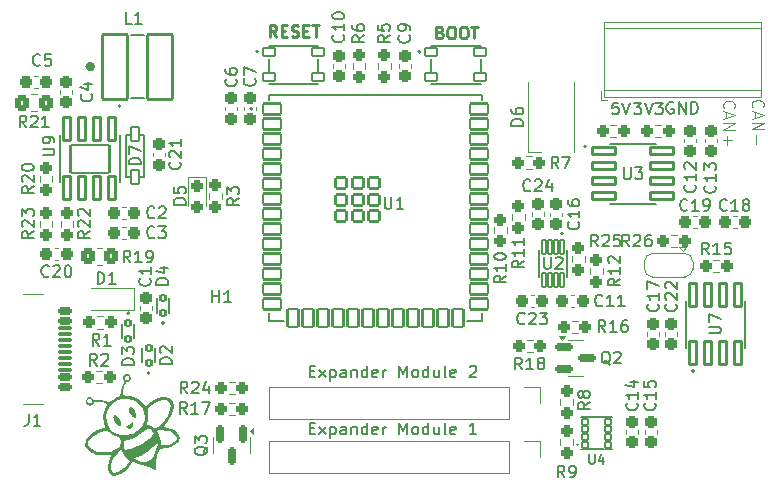
<source format=gto>
G04 #@! TF.GenerationSoftware,KiCad,Pcbnew,8.0.5*
G04 #@! TF.CreationDate,2024-10-21T14:42:36+02:00*
G04 #@! TF.ProjectId,Master,4d617374-6572-42e6-9b69-6361645f7063,rev?*
G04 #@! TF.SameCoordinates,Original*
G04 #@! TF.FileFunction,Legend,Top*
G04 #@! TF.FilePolarity,Positive*
%FSLAX46Y46*%
G04 Gerber Fmt 4.6, Leading zero omitted, Abs format (unit mm)*
G04 Created by KiCad (PCBNEW 8.0.5) date 2024-10-21 14:42:36*
%MOMM*%
%LPD*%
G01*
G04 APERTURE LIST*
G04 Aperture macros list*
%AMRoundRect*
0 Rectangle with rounded corners*
0 $1 Rounding radius*
0 $2 $3 $4 $5 $6 $7 $8 $9 X,Y pos of 4 corners*
0 Add a 4 corners polygon primitive as box body*
4,1,4,$2,$3,$4,$5,$6,$7,$8,$9,$2,$3,0*
0 Add four circle primitives for the rounded corners*
1,1,$1+$1,$2,$3*
1,1,$1+$1,$4,$5*
1,1,$1+$1,$6,$7*
1,1,$1+$1,$8,$9*
0 Add four rect primitives between the rounded corners*
20,1,$1+$1,$2,$3,$4,$5,0*
20,1,$1+$1,$4,$5,$6,$7,0*
20,1,$1+$1,$6,$7,$8,$9,0*
20,1,$1+$1,$8,$9,$2,$3,0*%
%AMFreePoly0*
4,1,19,0.550000,-0.750000,0.000000,-0.750000,0.000000,-0.744911,-0.071157,-0.744911,-0.207708,-0.704816,-0.327430,-0.627875,-0.420627,-0.520320,-0.479746,-0.390866,-0.500000,-0.250000,-0.500000,0.250000,-0.479746,0.390866,-0.420627,0.520320,-0.327430,0.627875,-0.207708,0.704816,-0.071157,0.744911,0.000000,0.744911,0.000000,0.750000,0.550000,0.750000,0.550000,-0.750000,0.550000,-0.750000,
$1*%
%AMFreePoly1*
4,1,19,0.000000,0.744911,0.071157,0.744911,0.207708,0.704816,0.327430,0.627875,0.420627,0.520320,0.479746,0.390866,0.500000,0.250000,0.500000,-0.250000,0.479746,-0.390866,0.420627,-0.520320,0.327430,-0.627875,0.207708,-0.704816,0.071157,-0.744911,0.000000,-0.744911,0.000000,-0.750000,-0.550000,-0.750000,-0.550000,0.750000,0.000000,0.750000,0.000000,0.744911,0.000000,0.744911,
$1*%
G04 Aperture macros list end*
%ADD10C,0.150000*%
%ADD11C,0.200000*%
%ADD12C,0.125000*%
%ADD13C,0.250000*%
%ADD14C,0.120000*%
%ADD15C,0.000000*%
%ADD16C,0.127000*%
%ADD17C,0.400000*%
%ADD18RoundRect,0.237500X0.237500X-0.250000X0.237500X0.250000X-0.237500X0.250000X-0.237500X-0.250000X0*%
%ADD19C,0.650000*%
%ADD20RoundRect,0.150000X-0.425000X0.150000X-0.425000X-0.150000X0.425000X-0.150000X0.425000X0.150000X0*%
%ADD21RoundRect,0.075000X-0.500000X0.075000X-0.500000X-0.075000X0.500000X-0.075000X0.500000X0.075000X0*%
%ADD22O,2.100000X1.000000*%
%ADD23O,1.800000X1.000000*%
%ADD24R,1.200000X1.200000*%
%ADD25RoundRect,0.237500X-0.237500X0.300000X-0.237500X-0.300000X0.237500X-0.300000X0.237500X0.300000X0*%
%ADD26RoundRect,0.237500X-0.237500X0.250000X-0.237500X-0.250000X0.237500X-0.250000X0.237500X0.250000X0*%
%ADD27RoundRect,0.237500X0.237500X-0.300000X0.237500X0.300000X-0.237500X0.300000X-0.237500X-0.300000X0*%
%ADD28RoundRect,0.150000X-0.150000X0.587500X-0.150000X-0.587500X0.150000X-0.587500X0.150000X0.587500X0*%
%ADD29RoundRect,0.237500X-0.250000X-0.237500X0.250000X-0.237500X0.250000X0.237500X-0.250000X0.237500X0*%
%ADD30RoundRect,0.237500X-0.237500X0.287500X-0.237500X-0.287500X0.237500X-0.287500X0.237500X0.287500X0*%
%ADD31RoundRect,0.237500X0.300000X0.237500X-0.300000X0.237500X-0.300000X-0.237500X0.300000X-0.237500X0*%
%ADD32C,0.700000*%
%ADD33C,4.400000*%
%ADD34RoundRect,0.237500X-0.300000X-0.237500X0.300000X-0.237500X0.300000X0.237500X-0.300000X0.237500X0*%
%ADD35RoundRect,0.237500X0.250000X0.237500X-0.250000X0.237500X-0.250000X-0.237500X0.250000X-0.237500X0*%
%ADD36RoundRect,0.250000X-0.350000X-0.450000X0.350000X-0.450000X0.350000X0.450000X-0.350000X0.450000X0*%
%ADD37RoundRect,0.102000X-0.350000X0.600000X-0.350000X-0.600000X0.350000X-0.600000X0.350000X0.600000X0*%
%ADD38RoundRect,0.102000X0.200000X-0.240000X0.200000X0.240000X-0.200000X0.240000X-0.200000X-0.240000X0*%
%ADD39RoundRect,0.100500X0.301500X-0.986500X0.301500X0.986500X-0.301500X0.986500X-0.301500X-0.986500X0*%
%ADD40RoundRect,0.059250X-0.177750X0.602750X-0.177750X-0.602750X0.177750X-0.602750X0.177750X0.602750X0*%
%ADD41RoundRect,0.150000X-0.587500X-0.150000X0.587500X-0.150000X0.587500X0.150000X-0.587500X0.150000X0*%
%ADD42R,1.700000X1.700000*%
%ADD43O,1.700000X1.700000*%
%ADD44R,0.850000X1.600000*%
%ADD45RoundRect,0.100500X-0.986500X-0.301500X0.986500X-0.301500X0.986500X0.301500X-0.986500X0.301500X0*%
%ADD46RoundRect,0.102000X-0.750000X-0.450000X0.750000X-0.450000X0.750000X0.450000X-0.750000X0.450000X0*%
%ADD47RoundRect,0.102000X-0.450000X-0.750000X0.450000X-0.750000X0.450000X0.750000X-0.450000X0.750000X0*%
%ADD48RoundRect,0.102000X-0.450000X-0.450000X0.450000X-0.450000X0.450000X0.450000X-0.450000X0.450000X0*%
%ADD49RoundRect,0.102000X-0.200000X0.240000X-0.200000X-0.240000X0.200000X-0.240000X0.200000X0.240000X0*%
%ADD50RoundRect,0.102000X-0.525000X-0.325000X0.525000X-0.325000X0.525000X0.325000X-0.525000X0.325000X0*%
%ADD51RoundRect,0.100500X-0.301500X0.986500X-0.301500X-0.986500X0.301500X-0.986500X0.301500X0.986500X0*%
%ADD52RoundRect,0.102000X-1.650000X1.205000X-1.650000X-1.205000X1.650000X-1.205000X1.650000X1.205000X0*%
%ADD53RoundRect,0.102000X-1.075000X-2.750000X1.075000X-2.750000X1.075000X2.750000X-1.075000X2.750000X0*%
%ADD54R,2.200000X2.200000*%
%ADD55C,2.200000*%
%ADD56FreePoly0,180.000000*%
%ADD57R,1.000000X1.500000*%
%ADD58FreePoly1,180.000000*%
%ADD59RoundRect,0.081750X0.265250X0.245250X-0.265250X0.245250X-0.265250X-0.245250X0.265250X-0.245250X0*%
%ADD60RoundRect,0.250000X0.350000X0.450000X-0.350000X0.450000X-0.350000X-0.450000X0.350000X-0.450000X0*%
G04 APERTURE END LIST*
D10*
X90591541Y-35819819D02*
X91210588Y-35819819D01*
X91210588Y-35819819D02*
X90877255Y-36200771D01*
X90877255Y-36200771D02*
X91020112Y-36200771D01*
X91020112Y-36200771D02*
X91115350Y-36248390D01*
X91115350Y-36248390D02*
X91162969Y-36296009D01*
X91162969Y-36296009D02*
X91210588Y-36391247D01*
X91210588Y-36391247D02*
X91210588Y-36629342D01*
X91210588Y-36629342D02*
X91162969Y-36724580D01*
X91162969Y-36724580D02*
X91115350Y-36772200D01*
X91115350Y-36772200D02*
X91020112Y-36819819D01*
X91020112Y-36819819D02*
X90734398Y-36819819D01*
X90734398Y-36819819D02*
X90639160Y-36772200D01*
X90639160Y-36772200D02*
X90591541Y-36724580D01*
X91496303Y-35819819D02*
X91829636Y-36819819D01*
X91829636Y-36819819D02*
X92162969Y-35819819D01*
X92401065Y-35819819D02*
X93020112Y-35819819D01*
X93020112Y-35819819D02*
X92686779Y-36200771D01*
X92686779Y-36200771D02*
X92829636Y-36200771D01*
X92829636Y-36200771D02*
X92924874Y-36248390D01*
X92924874Y-36248390D02*
X92972493Y-36296009D01*
X92972493Y-36296009D02*
X93020112Y-36391247D01*
X93020112Y-36391247D02*
X93020112Y-36629342D01*
X93020112Y-36629342D02*
X92972493Y-36724580D01*
X92972493Y-36724580D02*
X92924874Y-36772200D01*
X92924874Y-36772200D02*
X92829636Y-36819819D01*
X92829636Y-36819819D02*
X92543922Y-36819819D01*
X92543922Y-36819819D02*
X92448684Y-36772200D01*
X92448684Y-36772200D02*
X92401065Y-36724580D01*
D11*
X63147673Y-58577409D02*
X63481006Y-58577409D01*
X63623863Y-59101219D02*
X63147673Y-59101219D01*
X63147673Y-59101219D02*
X63147673Y-58101219D01*
X63147673Y-58101219D02*
X63623863Y-58101219D01*
X63957197Y-59101219D02*
X64481006Y-58434552D01*
X63957197Y-58434552D02*
X64481006Y-59101219D01*
X64861959Y-58434552D02*
X64861959Y-59434552D01*
X64861959Y-58482171D02*
X64957197Y-58434552D01*
X64957197Y-58434552D02*
X65147673Y-58434552D01*
X65147673Y-58434552D02*
X65242911Y-58482171D01*
X65242911Y-58482171D02*
X65290530Y-58529790D01*
X65290530Y-58529790D02*
X65338149Y-58625028D01*
X65338149Y-58625028D02*
X65338149Y-58910742D01*
X65338149Y-58910742D02*
X65290530Y-59005980D01*
X65290530Y-59005980D02*
X65242911Y-59053600D01*
X65242911Y-59053600D02*
X65147673Y-59101219D01*
X65147673Y-59101219D02*
X64957197Y-59101219D01*
X64957197Y-59101219D02*
X64861959Y-59053600D01*
X66195292Y-59101219D02*
X66195292Y-58577409D01*
X66195292Y-58577409D02*
X66147673Y-58482171D01*
X66147673Y-58482171D02*
X66052435Y-58434552D01*
X66052435Y-58434552D02*
X65861959Y-58434552D01*
X65861959Y-58434552D02*
X65766721Y-58482171D01*
X66195292Y-59053600D02*
X66100054Y-59101219D01*
X66100054Y-59101219D02*
X65861959Y-59101219D01*
X65861959Y-59101219D02*
X65766721Y-59053600D01*
X65766721Y-59053600D02*
X65719102Y-58958361D01*
X65719102Y-58958361D02*
X65719102Y-58863123D01*
X65719102Y-58863123D02*
X65766721Y-58767885D01*
X65766721Y-58767885D02*
X65861959Y-58720266D01*
X65861959Y-58720266D02*
X66100054Y-58720266D01*
X66100054Y-58720266D02*
X66195292Y-58672647D01*
X66671483Y-58434552D02*
X66671483Y-59101219D01*
X66671483Y-58529790D02*
X66719102Y-58482171D01*
X66719102Y-58482171D02*
X66814340Y-58434552D01*
X66814340Y-58434552D02*
X66957197Y-58434552D01*
X66957197Y-58434552D02*
X67052435Y-58482171D01*
X67052435Y-58482171D02*
X67100054Y-58577409D01*
X67100054Y-58577409D02*
X67100054Y-59101219D01*
X68004816Y-59101219D02*
X68004816Y-58101219D01*
X68004816Y-59053600D02*
X67909578Y-59101219D01*
X67909578Y-59101219D02*
X67719102Y-59101219D01*
X67719102Y-59101219D02*
X67623864Y-59053600D01*
X67623864Y-59053600D02*
X67576245Y-59005980D01*
X67576245Y-59005980D02*
X67528626Y-58910742D01*
X67528626Y-58910742D02*
X67528626Y-58625028D01*
X67528626Y-58625028D02*
X67576245Y-58529790D01*
X67576245Y-58529790D02*
X67623864Y-58482171D01*
X67623864Y-58482171D02*
X67719102Y-58434552D01*
X67719102Y-58434552D02*
X67909578Y-58434552D01*
X67909578Y-58434552D02*
X68004816Y-58482171D01*
X68861959Y-59053600D02*
X68766721Y-59101219D01*
X68766721Y-59101219D02*
X68576245Y-59101219D01*
X68576245Y-59101219D02*
X68481007Y-59053600D01*
X68481007Y-59053600D02*
X68433388Y-58958361D01*
X68433388Y-58958361D02*
X68433388Y-58577409D01*
X68433388Y-58577409D02*
X68481007Y-58482171D01*
X68481007Y-58482171D02*
X68576245Y-58434552D01*
X68576245Y-58434552D02*
X68766721Y-58434552D01*
X68766721Y-58434552D02*
X68861959Y-58482171D01*
X68861959Y-58482171D02*
X68909578Y-58577409D01*
X68909578Y-58577409D02*
X68909578Y-58672647D01*
X68909578Y-58672647D02*
X68433388Y-58767885D01*
X69338150Y-59101219D02*
X69338150Y-58434552D01*
X69338150Y-58625028D02*
X69385769Y-58529790D01*
X69385769Y-58529790D02*
X69433388Y-58482171D01*
X69433388Y-58482171D02*
X69528626Y-58434552D01*
X69528626Y-58434552D02*
X69623864Y-58434552D01*
X70719103Y-59101219D02*
X70719103Y-58101219D01*
X70719103Y-58101219D02*
X71052436Y-58815504D01*
X71052436Y-58815504D02*
X71385769Y-58101219D01*
X71385769Y-58101219D02*
X71385769Y-59101219D01*
X72004817Y-59101219D02*
X71909579Y-59053600D01*
X71909579Y-59053600D02*
X71861960Y-59005980D01*
X71861960Y-59005980D02*
X71814341Y-58910742D01*
X71814341Y-58910742D02*
X71814341Y-58625028D01*
X71814341Y-58625028D02*
X71861960Y-58529790D01*
X71861960Y-58529790D02*
X71909579Y-58482171D01*
X71909579Y-58482171D02*
X72004817Y-58434552D01*
X72004817Y-58434552D02*
X72147674Y-58434552D01*
X72147674Y-58434552D02*
X72242912Y-58482171D01*
X72242912Y-58482171D02*
X72290531Y-58529790D01*
X72290531Y-58529790D02*
X72338150Y-58625028D01*
X72338150Y-58625028D02*
X72338150Y-58910742D01*
X72338150Y-58910742D02*
X72290531Y-59005980D01*
X72290531Y-59005980D02*
X72242912Y-59053600D01*
X72242912Y-59053600D02*
X72147674Y-59101219D01*
X72147674Y-59101219D02*
X72004817Y-59101219D01*
X73195293Y-59101219D02*
X73195293Y-58101219D01*
X73195293Y-59053600D02*
X73100055Y-59101219D01*
X73100055Y-59101219D02*
X72909579Y-59101219D01*
X72909579Y-59101219D02*
X72814341Y-59053600D01*
X72814341Y-59053600D02*
X72766722Y-59005980D01*
X72766722Y-59005980D02*
X72719103Y-58910742D01*
X72719103Y-58910742D02*
X72719103Y-58625028D01*
X72719103Y-58625028D02*
X72766722Y-58529790D01*
X72766722Y-58529790D02*
X72814341Y-58482171D01*
X72814341Y-58482171D02*
X72909579Y-58434552D01*
X72909579Y-58434552D02*
X73100055Y-58434552D01*
X73100055Y-58434552D02*
X73195293Y-58482171D01*
X74100055Y-58434552D02*
X74100055Y-59101219D01*
X73671484Y-58434552D02*
X73671484Y-58958361D01*
X73671484Y-58958361D02*
X73719103Y-59053600D01*
X73719103Y-59053600D02*
X73814341Y-59101219D01*
X73814341Y-59101219D02*
X73957198Y-59101219D01*
X73957198Y-59101219D02*
X74052436Y-59053600D01*
X74052436Y-59053600D02*
X74100055Y-59005980D01*
X74719103Y-59101219D02*
X74623865Y-59053600D01*
X74623865Y-59053600D02*
X74576246Y-58958361D01*
X74576246Y-58958361D02*
X74576246Y-58101219D01*
X75481008Y-59053600D02*
X75385770Y-59101219D01*
X75385770Y-59101219D02*
X75195294Y-59101219D01*
X75195294Y-59101219D02*
X75100056Y-59053600D01*
X75100056Y-59053600D02*
X75052437Y-58958361D01*
X75052437Y-58958361D02*
X75052437Y-58577409D01*
X75052437Y-58577409D02*
X75100056Y-58482171D01*
X75100056Y-58482171D02*
X75195294Y-58434552D01*
X75195294Y-58434552D02*
X75385770Y-58434552D01*
X75385770Y-58434552D02*
X75481008Y-58482171D01*
X75481008Y-58482171D02*
X75528627Y-58577409D01*
X75528627Y-58577409D02*
X75528627Y-58672647D01*
X75528627Y-58672647D02*
X75052437Y-58767885D01*
X76671485Y-58196457D02*
X76719104Y-58148838D01*
X76719104Y-58148838D02*
X76814342Y-58101219D01*
X76814342Y-58101219D02*
X77052437Y-58101219D01*
X77052437Y-58101219D02*
X77147675Y-58148838D01*
X77147675Y-58148838D02*
X77195294Y-58196457D01*
X77195294Y-58196457D02*
X77242913Y-58291695D01*
X77242913Y-58291695D02*
X77242913Y-58386933D01*
X77242913Y-58386933D02*
X77195294Y-58529790D01*
X77195294Y-58529790D02*
X76623866Y-59101219D01*
X76623866Y-59101219D02*
X77242913Y-59101219D01*
X63147673Y-63403409D02*
X63481006Y-63403409D01*
X63623863Y-63927219D02*
X63147673Y-63927219D01*
X63147673Y-63927219D02*
X63147673Y-62927219D01*
X63147673Y-62927219D02*
X63623863Y-62927219D01*
X63957197Y-63927219D02*
X64481006Y-63260552D01*
X63957197Y-63260552D02*
X64481006Y-63927219D01*
X64861959Y-63260552D02*
X64861959Y-64260552D01*
X64861959Y-63308171D02*
X64957197Y-63260552D01*
X64957197Y-63260552D02*
X65147673Y-63260552D01*
X65147673Y-63260552D02*
X65242911Y-63308171D01*
X65242911Y-63308171D02*
X65290530Y-63355790D01*
X65290530Y-63355790D02*
X65338149Y-63451028D01*
X65338149Y-63451028D02*
X65338149Y-63736742D01*
X65338149Y-63736742D02*
X65290530Y-63831980D01*
X65290530Y-63831980D02*
X65242911Y-63879600D01*
X65242911Y-63879600D02*
X65147673Y-63927219D01*
X65147673Y-63927219D02*
X64957197Y-63927219D01*
X64957197Y-63927219D02*
X64861959Y-63879600D01*
X66195292Y-63927219D02*
X66195292Y-63403409D01*
X66195292Y-63403409D02*
X66147673Y-63308171D01*
X66147673Y-63308171D02*
X66052435Y-63260552D01*
X66052435Y-63260552D02*
X65861959Y-63260552D01*
X65861959Y-63260552D02*
X65766721Y-63308171D01*
X66195292Y-63879600D02*
X66100054Y-63927219D01*
X66100054Y-63927219D02*
X65861959Y-63927219D01*
X65861959Y-63927219D02*
X65766721Y-63879600D01*
X65766721Y-63879600D02*
X65719102Y-63784361D01*
X65719102Y-63784361D02*
X65719102Y-63689123D01*
X65719102Y-63689123D02*
X65766721Y-63593885D01*
X65766721Y-63593885D02*
X65861959Y-63546266D01*
X65861959Y-63546266D02*
X66100054Y-63546266D01*
X66100054Y-63546266D02*
X66195292Y-63498647D01*
X66671483Y-63260552D02*
X66671483Y-63927219D01*
X66671483Y-63355790D02*
X66719102Y-63308171D01*
X66719102Y-63308171D02*
X66814340Y-63260552D01*
X66814340Y-63260552D02*
X66957197Y-63260552D01*
X66957197Y-63260552D02*
X67052435Y-63308171D01*
X67052435Y-63308171D02*
X67100054Y-63403409D01*
X67100054Y-63403409D02*
X67100054Y-63927219D01*
X68004816Y-63927219D02*
X68004816Y-62927219D01*
X68004816Y-63879600D02*
X67909578Y-63927219D01*
X67909578Y-63927219D02*
X67719102Y-63927219D01*
X67719102Y-63927219D02*
X67623864Y-63879600D01*
X67623864Y-63879600D02*
X67576245Y-63831980D01*
X67576245Y-63831980D02*
X67528626Y-63736742D01*
X67528626Y-63736742D02*
X67528626Y-63451028D01*
X67528626Y-63451028D02*
X67576245Y-63355790D01*
X67576245Y-63355790D02*
X67623864Y-63308171D01*
X67623864Y-63308171D02*
X67719102Y-63260552D01*
X67719102Y-63260552D02*
X67909578Y-63260552D01*
X67909578Y-63260552D02*
X68004816Y-63308171D01*
X68861959Y-63879600D02*
X68766721Y-63927219D01*
X68766721Y-63927219D02*
X68576245Y-63927219D01*
X68576245Y-63927219D02*
X68481007Y-63879600D01*
X68481007Y-63879600D02*
X68433388Y-63784361D01*
X68433388Y-63784361D02*
X68433388Y-63403409D01*
X68433388Y-63403409D02*
X68481007Y-63308171D01*
X68481007Y-63308171D02*
X68576245Y-63260552D01*
X68576245Y-63260552D02*
X68766721Y-63260552D01*
X68766721Y-63260552D02*
X68861959Y-63308171D01*
X68861959Y-63308171D02*
X68909578Y-63403409D01*
X68909578Y-63403409D02*
X68909578Y-63498647D01*
X68909578Y-63498647D02*
X68433388Y-63593885D01*
X69338150Y-63927219D02*
X69338150Y-63260552D01*
X69338150Y-63451028D02*
X69385769Y-63355790D01*
X69385769Y-63355790D02*
X69433388Y-63308171D01*
X69433388Y-63308171D02*
X69528626Y-63260552D01*
X69528626Y-63260552D02*
X69623864Y-63260552D01*
X70719103Y-63927219D02*
X70719103Y-62927219D01*
X70719103Y-62927219D02*
X71052436Y-63641504D01*
X71052436Y-63641504D02*
X71385769Y-62927219D01*
X71385769Y-62927219D02*
X71385769Y-63927219D01*
X72004817Y-63927219D02*
X71909579Y-63879600D01*
X71909579Y-63879600D02*
X71861960Y-63831980D01*
X71861960Y-63831980D02*
X71814341Y-63736742D01*
X71814341Y-63736742D02*
X71814341Y-63451028D01*
X71814341Y-63451028D02*
X71861960Y-63355790D01*
X71861960Y-63355790D02*
X71909579Y-63308171D01*
X71909579Y-63308171D02*
X72004817Y-63260552D01*
X72004817Y-63260552D02*
X72147674Y-63260552D01*
X72147674Y-63260552D02*
X72242912Y-63308171D01*
X72242912Y-63308171D02*
X72290531Y-63355790D01*
X72290531Y-63355790D02*
X72338150Y-63451028D01*
X72338150Y-63451028D02*
X72338150Y-63736742D01*
X72338150Y-63736742D02*
X72290531Y-63831980D01*
X72290531Y-63831980D02*
X72242912Y-63879600D01*
X72242912Y-63879600D02*
X72147674Y-63927219D01*
X72147674Y-63927219D02*
X72004817Y-63927219D01*
X73195293Y-63927219D02*
X73195293Y-62927219D01*
X73195293Y-63879600D02*
X73100055Y-63927219D01*
X73100055Y-63927219D02*
X72909579Y-63927219D01*
X72909579Y-63927219D02*
X72814341Y-63879600D01*
X72814341Y-63879600D02*
X72766722Y-63831980D01*
X72766722Y-63831980D02*
X72719103Y-63736742D01*
X72719103Y-63736742D02*
X72719103Y-63451028D01*
X72719103Y-63451028D02*
X72766722Y-63355790D01*
X72766722Y-63355790D02*
X72814341Y-63308171D01*
X72814341Y-63308171D02*
X72909579Y-63260552D01*
X72909579Y-63260552D02*
X73100055Y-63260552D01*
X73100055Y-63260552D02*
X73195293Y-63308171D01*
X74100055Y-63260552D02*
X74100055Y-63927219D01*
X73671484Y-63260552D02*
X73671484Y-63784361D01*
X73671484Y-63784361D02*
X73719103Y-63879600D01*
X73719103Y-63879600D02*
X73814341Y-63927219D01*
X73814341Y-63927219D02*
X73957198Y-63927219D01*
X73957198Y-63927219D02*
X74052436Y-63879600D01*
X74052436Y-63879600D02*
X74100055Y-63831980D01*
X74719103Y-63927219D02*
X74623865Y-63879600D01*
X74623865Y-63879600D02*
X74576246Y-63784361D01*
X74576246Y-63784361D02*
X74576246Y-62927219D01*
X75481008Y-63879600D02*
X75385770Y-63927219D01*
X75385770Y-63927219D02*
X75195294Y-63927219D01*
X75195294Y-63927219D02*
X75100056Y-63879600D01*
X75100056Y-63879600D02*
X75052437Y-63784361D01*
X75052437Y-63784361D02*
X75052437Y-63403409D01*
X75052437Y-63403409D02*
X75100056Y-63308171D01*
X75100056Y-63308171D02*
X75195294Y-63260552D01*
X75195294Y-63260552D02*
X75385770Y-63260552D01*
X75385770Y-63260552D02*
X75481008Y-63308171D01*
X75481008Y-63308171D02*
X75528627Y-63403409D01*
X75528627Y-63403409D02*
X75528627Y-63498647D01*
X75528627Y-63498647D02*
X75052437Y-63593885D01*
X77242913Y-63927219D02*
X76671485Y-63927219D01*
X76957199Y-63927219D02*
X76957199Y-62927219D01*
X76957199Y-62927219D02*
X76861961Y-63070076D01*
X76861961Y-63070076D02*
X76766723Y-63165314D01*
X76766723Y-63165314D02*
X76671485Y-63212933D01*
D10*
X93910588Y-35817438D02*
X93815350Y-35769819D01*
X93815350Y-35769819D02*
X93672493Y-35769819D01*
X93672493Y-35769819D02*
X93529636Y-35817438D01*
X93529636Y-35817438D02*
X93434398Y-35912676D01*
X93434398Y-35912676D02*
X93386779Y-36007914D01*
X93386779Y-36007914D02*
X93339160Y-36198390D01*
X93339160Y-36198390D02*
X93339160Y-36341247D01*
X93339160Y-36341247D02*
X93386779Y-36531723D01*
X93386779Y-36531723D02*
X93434398Y-36626961D01*
X93434398Y-36626961D02*
X93529636Y-36722200D01*
X93529636Y-36722200D02*
X93672493Y-36769819D01*
X93672493Y-36769819D02*
X93767731Y-36769819D01*
X93767731Y-36769819D02*
X93910588Y-36722200D01*
X93910588Y-36722200D02*
X93958207Y-36674580D01*
X93958207Y-36674580D02*
X93958207Y-36341247D01*
X93958207Y-36341247D02*
X93767731Y-36341247D01*
X94386779Y-36769819D02*
X94386779Y-35769819D01*
X94386779Y-35769819D02*
X94958207Y-36769819D01*
X94958207Y-36769819D02*
X94958207Y-35769819D01*
X95434398Y-36769819D02*
X95434398Y-35769819D01*
X95434398Y-35769819D02*
X95672493Y-35769819D01*
X95672493Y-35769819D02*
X95815350Y-35817438D01*
X95815350Y-35817438D02*
X95910588Y-35912676D01*
X95910588Y-35912676D02*
X95958207Y-36007914D01*
X95958207Y-36007914D02*
X96005826Y-36198390D01*
X96005826Y-36198390D02*
X96005826Y-36341247D01*
X96005826Y-36341247D02*
X95958207Y-36531723D01*
X95958207Y-36531723D02*
X95910588Y-36626961D01*
X95910588Y-36626961D02*
X95815350Y-36722200D01*
X95815350Y-36722200D02*
X95672493Y-36769819D01*
X95672493Y-36769819D02*
X95434398Y-36769819D01*
D12*
X98224119Y-36291759D02*
X98176500Y-36244140D01*
X98176500Y-36244140D02*
X98128880Y-36101283D01*
X98128880Y-36101283D02*
X98128880Y-36006045D01*
X98128880Y-36006045D02*
X98176500Y-35863188D01*
X98176500Y-35863188D02*
X98271738Y-35767950D01*
X98271738Y-35767950D02*
X98366976Y-35720331D01*
X98366976Y-35720331D02*
X98557452Y-35672712D01*
X98557452Y-35672712D02*
X98700309Y-35672712D01*
X98700309Y-35672712D02*
X98890785Y-35720331D01*
X98890785Y-35720331D02*
X98986023Y-35767950D01*
X98986023Y-35767950D02*
X99081261Y-35863188D01*
X99081261Y-35863188D02*
X99128880Y-36006045D01*
X99128880Y-36006045D02*
X99128880Y-36101283D01*
X99128880Y-36101283D02*
X99081261Y-36244140D01*
X99081261Y-36244140D02*
X99033642Y-36291759D01*
X98414595Y-36672712D02*
X98414595Y-37148902D01*
X98128880Y-36577474D02*
X99128880Y-36910807D01*
X99128880Y-36910807D02*
X98128880Y-37244140D01*
X98128880Y-37577474D02*
X99128880Y-37577474D01*
X99128880Y-37577474D02*
X98128880Y-38148902D01*
X98128880Y-38148902D02*
X99128880Y-38148902D01*
X98509833Y-38625093D02*
X98509833Y-39386998D01*
X98128880Y-39006045D02*
X98890785Y-39006045D01*
D10*
X89262969Y-35819819D02*
X88786779Y-35819819D01*
X88786779Y-35819819D02*
X88739160Y-36296009D01*
X88739160Y-36296009D02*
X88786779Y-36248390D01*
X88786779Y-36248390D02*
X88882017Y-36200771D01*
X88882017Y-36200771D02*
X89120112Y-36200771D01*
X89120112Y-36200771D02*
X89215350Y-36248390D01*
X89215350Y-36248390D02*
X89262969Y-36296009D01*
X89262969Y-36296009D02*
X89310588Y-36391247D01*
X89310588Y-36391247D02*
X89310588Y-36629342D01*
X89310588Y-36629342D02*
X89262969Y-36724580D01*
X89262969Y-36724580D02*
X89215350Y-36772200D01*
X89215350Y-36772200D02*
X89120112Y-36819819D01*
X89120112Y-36819819D02*
X88882017Y-36819819D01*
X88882017Y-36819819D02*
X88786779Y-36772200D01*
X88786779Y-36772200D02*
X88739160Y-36724580D01*
X89596303Y-35819819D02*
X89929636Y-36819819D01*
X89929636Y-36819819D02*
X90262969Y-35819819D01*
D12*
X100674119Y-36241759D02*
X100626500Y-36194140D01*
X100626500Y-36194140D02*
X100578880Y-36051283D01*
X100578880Y-36051283D02*
X100578880Y-35956045D01*
X100578880Y-35956045D02*
X100626500Y-35813188D01*
X100626500Y-35813188D02*
X100721738Y-35717950D01*
X100721738Y-35717950D02*
X100816976Y-35670331D01*
X100816976Y-35670331D02*
X101007452Y-35622712D01*
X101007452Y-35622712D02*
X101150309Y-35622712D01*
X101150309Y-35622712D02*
X101340785Y-35670331D01*
X101340785Y-35670331D02*
X101436023Y-35717950D01*
X101436023Y-35717950D02*
X101531261Y-35813188D01*
X101531261Y-35813188D02*
X101578880Y-35956045D01*
X101578880Y-35956045D02*
X101578880Y-36051283D01*
X101578880Y-36051283D02*
X101531261Y-36194140D01*
X101531261Y-36194140D02*
X101483642Y-36241759D01*
X100864595Y-36622712D02*
X100864595Y-37098902D01*
X100578880Y-36527474D02*
X101578880Y-36860807D01*
X101578880Y-36860807D02*
X100578880Y-37194140D01*
X100578880Y-37527474D02*
X101578880Y-37527474D01*
X101578880Y-37527474D02*
X100578880Y-38098902D01*
X100578880Y-38098902D02*
X101578880Y-38098902D01*
X100959833Y-38575093D02*
X100959833Y-39336998D01*
D13*
X60322996Y-30269619D02*
X59989663Y-29793428D01*
X59751568Y-30269619D02*
X59751568Y-29269619D01*
X59751568Y-29269619D02*
X60132520Y-29269619D01*
X60132520Y-29269619D02*
X60227758Y-29317238D01*
X60227758Y-29317238D02*
X60275377Y-29364857D01*
X60275377Y-29364857D02*
X60322996Y-29460095D01*
X60322996Y-29460095D02*
X60322996Y-29602952D01*
X60322996Y-29602952D02*
X60275377Y-29698190D01*
X60275377Y-29698190D02*
X60227758Y-29745809D01*
X60227758Y-29745809D02*
X60132520Y-29793428D01*
X60132520Y-29793428D02*
X59751568Y-29793428D01*
X60751568Y-29745809D02*
X61084901Y-29745809D01*
X61227758Y-30269619D02*
X60751568Y-30269619D01*
X60751568Y-30269619D02*
X60751568Y-29269619D01*
X60751568Y-29269619D02*
X61227758Y-29269619D01*
X61608711Y-30222000D02*
X61751568Y-30269619D01*
X61751568Y-30269619D02*
X61989663Y-30269619D01*
X61989663Y-30269619D02*
X62084901Y-30222000D01*
X62084901Y-30222000D02*
X62132520Y-30174380D01*
X62132520Y-30174380D02*
X62180139Y-30079142D01*
X62180139Y-30079142D02*
X62180139Y-29983904D01*
X62180139Y-29983904D02*
X62132520Y-29888666D01*
X62132520Y-29888666D02*
X62084901Y-29841047D01*
X62084901Y-29841047D02*
X61989663Y-29793428D01*
X61989663Y-29793428D02*
X61799187Y-29745809D01*
X61799187Y-29745809D02*
X61703949Y-29698190D01*
X61703949Y-29698190D02*
X61656330Y-29650571D01*
X61656330Y-29650571D02*
X61608711Y-29555333D01*
X61608711Y-29555333D02*
X61608711Y-29460095D01*
X61608711Y-29460095D02*
X61656330Y-29364857D01*
X61656330Y-29364857D02*
X61703949Y-29317238D01*
X61703949Y-29317238D02*
X61799187Y-29269619D01*
X61799187Y-29269619D02*
X62037282Y-29269619D01*
X62037282Y-29269619D02*
X62180139Y-29317238D01*
X62608711Y-29745809D02*
X62942044Y-29745809D01*
X63084901Y-30269619D02*
X62608711Y-30269619D01*
X62608711Y-30269619D02*
X62608711Y-29269619D01*
X62608711Y-29269619D02*
X63084901Y-29269619D01*
X63370616Y-29269619D02*
X63942044Y-29269619D01*
X63656330Y-30269619D02*
X63656330Y-29269619D01*
X74181901Y-29872809D02*
X74324758Y-29920428D01*
X74324758Y-29920428D02*
X74372377Y-29968047D01*
X74372377Y-29968047D02*
X74419996Y-30063285D01*
X74419996Y-30063285D02*
X74419996Y-30206142D01*
X74419996Y-30206142D02*
X74372377Y-30301380D01*
X74372377Y-30301380D02*
X74324758Y-30349000D01*
X74324758Y-30349000D02*
X74229520Y-30396619D01*
X74229520Y-30396619D02*
X73848568Y-30396619D01*
X73848568Y-30396619D02*
X73848568Y-29396619D01*
X73848568Y-29396619D02*
X74181901Y-29396619D01*
X74181901Y-29396619D02*
X74277139Y-29444238D01*
X74277139Y-29444238D02*
X74324758Y-29491857D01*
X74324758Y-29491857D02*
X74372377Y-29587095D01*
X74372377Y-29587095D02*
X74372377Y-29682333D01*
X74372377Y-29682333D02*
X74324758Y-29777571D01*
X74324758Y-29777571D02*
X74277139Y-29825190D01*
X74277139Y-29825190D02*
X74181901Y-29872809D01*
X74181901Y-29872809D02*
X73848568Y-29872809D01*
X75039044Y-29396619D02*
X75229520Y-29396619D01*
X75229520Y-29396619D02*
X75324758Y-29444238D01*
X75324758Y-29444238D02*
X75419996Y-29539476D01*
X75419996Y-29539476D02*
X75467615Y-29729952D01*
X75467615Y-29729952D02*
X75467615Y-30063285D01*
X75467615Y-30063285D02*
X75419996Y-30253761D01*
X75419996Y-30253761D02*
X75324758Y-30349000D01*
X75324758Y-30349000D02*
X75229520Y-30396619D01*
X75229520Y-30396619D02*
X75039044Y-30396619D01*
X75039044Y-30396619D02*
X74943806Y-30349000D01*
X74943806Y-30349000D02*
X74848568Y-30253761D01*
X74848568Y-30253761D02*
X74800949Y-30063285D01*
X74800949Y-30063285D02*
X74800949Y-29729952D01*
X74800949Y-29729952D02*
X74848568Y-29539476D01*
X74848568Y-29539476D02*
X74943806Y-29444238D01*
X74943806Y-29444238D02*
X75039044Y-29396619D01*
X76086663Y-29396619D02*
X76277139Y-29396619D01*
X76277139Y-29396619D02*
X76372377Y-29444238D01*
X76372377Y-29444238D02*
X76467615Y-29539476D01*
X76467615Y-29539476D02*
X76515234Y-29729952D01*
X76515234Y-29729952D02*
X76515234Y-30063285D01*
X76515234Y-30063285D02*
X76467615Y-30253761D01*
X76467615Y-30253761D02*
X76372377Y-30349000D01*
X76372377Y-30349000D02*
X76277139Y-30396619D01*
X76277139Y-30396619D02*
X76086663Y-30396619D01*
X76086663Y-30396619D02*
X75991425Y-30349000D01*
X75991425Y-30349000D02*
X75896187Y-30253761D01*
X75896187Y-30253761D02*
X75848568Y-30063285D01*
X75848568Y-30063285D02*
X75848568Y-29729952D01*
X75848568Y-29729952D02*
X75896187Y-29539476D01*
X75896187Y-29539476D02*
X75991425Y-29444238D01*
X75991425Y-29444238D02*
X76086663Y-29396619D01*
X76800949Y-29396619D02*
X77372377Y-29396619D01*
X77086663Y-30396619D02*
X77086663Y-29396619D01*
D10*
X57128819Y-43916666D02*
X56652628Y-44249999D01*
X57128819Y-44488094D02*
X56128819Y-44488094D01*
X56128819Y-44488094D02*
X56128819Y-44107142D01*
X56128819Y-44107142D02*
X56176438Y-44011904D01*
X56176438Y-44011904D02*
X56224057Y-43964285D01*
X56224057Y-43964285D02*
X56319295Y-43916666D01*
X56319295Y-43916666D02*
X56462152Y-43916666D01*
X56462152Y-43916666D02*
X56557390Y-43964285D01*
X56557390Y-43964285D02*
X56605009Y-44011904D01*
X56605009Y-44011904D02*
X56652628Y-44107142D01*
X56652628Y-44107142D02*
X56652628Y-44488094D01*
X56128819Y-43583332D02*
X56128819Y-42964285D01*
X56128819Y-42964285D02*
X56509771Y-43297618D01*
X56509771Y-43297618D02*
X56509771Y-43154761D01*
X56509771Y-43154761D02*
X56557390Y-43059523D01*
X56557390Y-43059523D02*
X56605009Y-43011904D01*
X56605009Y-43011904D02*
X56700247Y-42964285D01*
X56700247Y-42964285D02*
X56938342Y-42964285D01*
X56938342Y-42964285D02*
X57033580Y-43011904D01*
X57033580Y-43011904D02*
X57081200Y-43059523D01*
X57081200Y-43059523D02*
X57128819Y-43154761D01*
X57128819Y-43154761D02*
X57128819Y-43440475D01*
X57128819Y-43440475D02*
X57081200Y-43535713D01*
X57081200Y-43535713D02*
X57033580Y-43583332D01*
X39333462Y-62179819D02*
X39333462Y-62894104D01*
X39333462Y-62894104D02*
X39285843Y-63036961D01*
X39285843Y-63036961D02*
X39190605Y-63132200D01*
X39190605Y-63132200D02*
X39047748Y-63179819D01*
X39047748Y-63179819D02*
X38952510Y-63179819D01*
X40333462Y-63179819D02*
X39762034Y-63179819D01*
X40047748Y-63179819D02*
X40047748Y-62179819D01*
X40047748Y-62179819D02*
X39952510Y-62322676D01*
X39952510Y-62322676D02*
X39857272Y-62417914D01*
X39857272Y-62417914D02*
X39762034Y-62465533D01*
X45178701Y-51179819D02*
X45178701Y-50179819D01*
X45178701Y-50179819D02*
X45416796Y-50179819D01*
X45416796Y-50179819D02*
X45559653Y-50227438D01*
X45559653Y-50227438D02*
X45654891Y-50322676D01*
X45654891Y-50322676D02*
X45702510Y-50417914D01*
X45702510Y-50417914D02*
X45750129Y-50608390D01*
X45750129Y-50608390D02*
X45750129Y-50751247D01*
X45750129Y-50751247D02*
X45702510Y-50941723D01*
X45702510Y-50941723D02*
X45654891Y-51036961D01*
X45654891Y-51036961D02*
X45559653Y-51132200D01*
X45559653Y-51132200D02*
X45416796Y-51179819D01*
X45416796Y-51179819D02*
X45178701Y-51179819D01*
X46702510Y-51179819D02*
X46131082Y-51179819D01*
X46416796Y-51179819D02*
X46416796Y-50179819D01*
X46416796Y-50179819D02*
X46321558Y-50322676D01*
X46321558Y-50322676D02*
X46226320Y-50417914D01*
X46226320Y-50417914D02*
X46131082Y-50465533D01*
X49601376Y-50716666D02*
X49648996Y-50764285D01*
X49648996Y-50764285D02*
X49696615Y-50907142D01*
X49696615Y-50907142D02*
X49696615Y-51002380D01*
X49696615Y-51002380D02*
X49648996Y-51145237D01*
X49648996Y-51145237D02*
X49553757Y-51240475D01*
X49553757Y-51240475D02*
X49458519Y-51288094D01*
X49458519Y-51288094D02*
X49268043Y-51335713D01*
X49268043Y-51335713D02*
X49125186Y-51335713D01*
X49125186Y-51335713D02*
X48934710Y-51288094D01*
X48934710Y-51288094D02*
X48839472Y-51240475D01*
X48839472Y-51240475D02*
X48744234Y-51145237D01*
X48744234Y-51145237D02*
X48696615Y-51002380D01*
X48696615Y-51002380D02*
X48696615Y-50907142D01*
X48696615Y-50907142D02*
X48744234Y-50764285D01*
X48744234Y-50764285D02*
X48791853Y-50716666D01*
X49696615Y-49764285D02*
X49696615Y-50335713D01*
X49696615Y-50049999D02*
X48696615Y-50049999D01*
X48696615Y-50049999D02*
X48839472Y-50145237D01*
X48839472Y-50145237D02*
X48934710Y-50240475D01*
X48934710Y-50240475D02*
X48982329Y-50335713D01*
X92601580Y-52891857D02*
X92649200Y-52939476D01*
X92649200Y-52939476D02*
X92696819Y-53082333D01*
X92696819Y-53082333D02*
X92696819Y-53177571D01*
X92696819Y-53177571D02*
X92649200Y-53320428D01*
X92649200Y-53320428D02*
X92553961Y-53415666D01*
X92553961Y-53415666D02*
X92458723Y-53463285D01*
X92458723Y-53463285D02*
X92268247Y-53510904D01*
X92268247Y-53510904D02*
X92125390Y-53510904D01*
X92125390Y-53510904D02*
X91934914Y-53463285D01*
X91934914Y-53463285D02*
X91839676Y-53415666D01*
X91839676Y-53415666D02*
X91744438Y-53320428D01*
X91744438Y-53320428D02*
X91696819Y-53177571D01*
X91696819Y-53177571D02*
X91696819Y-53082333D01*
X91696819Y-53082333D02*
X91744438Y-52939476D01*
X91744438Y-52939476D02*
X91792057Y-52891857D01*
X92696819Y-51939476D02*
X92696819Y-52510904D01*
X92696819Y-52225190D02*
X91696819Y-52225190D01*
X91696819Y-52225190D02*
X91839676Y-52320428D01*
X91839676Y-52320428D02*
X91934914Y-52415666D01*
X91934914Y-52415666D02*
X91982533Y-52510904D01*
X91696819Y-51606142D02*
X91696819Y-50939476D01*
X91696819Y-50939476D02*
X92696819Y-51368047D01*
X39765819Y-42920857D02*
X39289628Y-43254190D01*
X39765819Y-43492285D02*
X38765819Y-43492285D01*
X38765819Y-43492285D02*
X38765819Y-43111333D01*
X38765819Y-43111333D02*
X38813438Y-43016095D01*
X38813438Y-43016095D02*
X38861057Y-42968476D01*
X38861057Y-42968476D02*
X38956295Y-42920857D01*
X38956295Y-42920857D02*
X39099152Y-42920857D01*
X39099152Y-42920857D02*
X39194390Y-42968476D01*
X39194390Y-42968476D02*
X39242009Y-43016095D01*
X39242009Y-43016095D02*
X39289628Y-43111333D01*
X39289628Y-43111333D02*
X39289628Y-43492285D01*
X38861057Y-42539904D02*
X38813438Y-42492285D01*
X38813438Y-42492285D02*
X38765819Y-42397047D01*
X38765819Y-42397047D02*
X38765819Y-42158952D01*
X38765819Y-42158952D02*
X38813438Y-42063714D01*
X38813438Y-42063714D02*
X38861057Y-42016095D01*
X38861057Y-42016095D02*
X38956295Y-41968476D01*
X38956295Y-41968476D02*
X39051533Y-41968476D01*
X39051533Y-41968476D02*
X39194390Y-42016095D01*
X39194390Y-42016095D02*
X39765819Y-42587523D01*
X39765819Y-42587523D02*
X39765819Y-41968476D01*
X38765819Y-41349428D02*
X38765819Y-41254190D01*
X38765819Y-41254190D02*
X38813438Y-41158952D01*
X38813438Y-41158952D02*
X38861057Y-41111333D01*
X38861057Y-41111333D02*
X38956295Y-41063714D01*
X38956295Y-41063714D02*
X39146771Y-41016095D01*
X39146771Y-41016095D02*
X39384866Y-41016095D01*
X39384866Y-41016095D02*
X39575342Y-41063714D01*
X39575342Y-41063714D02*
X39670580Y-41111333D01*
X39670580Y-41111333D02*
X39718200Y-41158952D01*
X39718200Y-41158952D02*
X39765819Y-41254190D01*
X39765819Y-41254190D02*
X39765819Y-41349428D01*
X39765819Y-41349428D02*
X39718200Y-41444666D01*
X39718200Y-41444666D02*
X39670580Y-41492285D01*
X39670580Y-41492285D02*
X39575342Y-41539904D01*
X39575342Y-41539904D02*
X39384866Y-41587523D01*
X39384866Y-41587523D02*
X39146771Y-41587523D01*
X39146771Y-41587523D02*
X38956295Y-41539904D01*
X38956295Y-41539904D02*
X38861057Y-41492285D01*
X38861057Y-41492285D02*
X38813438Y-41444666D01*
X38813438Y-41444666D02*
X38765819Y-41349428D01*
X86854819Y-61178666D02*
X86378628Y-61511999D01*
X86854819Y-61750094D02*
X85854819Y-61750094D01*
X85854819Y-61750094D02*
X85854819Y-61369142D01*
X85854819Y-61369142D02*
X85902438Y-61273904D01*
X85902438Y-61273904D02*
X85950057Y-61226285D01*
X85950057Y-61226285D02*
X86045295Y-61178666D01*
X86045295Y-61178666D02*
X86188152Y-61178666D01*
X86188152Y-61178666D02*
X86283390Y-61226285D01*
X86283390Y-61226285D02*
X86331009Y-61273904D01*
X86331009Y-61273904D02*
X86378628Y-61369142D01*
X86378628Y-61369142D02*
X86378628Y-61750094D01*
X86283390Y-60607237D02*
X86235771Y-60702475D01*
X86235771Y-60702475D02*
X86188152Y-60750094D01*
X86188152Y-60750094D02*
X86092914Y-60797713D01*
X86092914Y-60797713D02*
X86045295Y-60797713D01*
X86045295Y-60797713D02*
X85950057Y-60750094D01*
X85950057Y-60750094D02*
X85902438Y-60702475D01*
X85902438Y-60702475D02*
X85854819Y-60607237D01*
X85854819Y-60607237D02*
X85854819Y-60416761D01*
X85854819Y-60416761D02*
X85902438Y-60321523D01*
X85902438Y-60321523D02*
X85950057Y-60273904D01*
X85950057Y-60273904D02*
X86045295Y-60226285D01*
X86045295Y-60226285D02*
X86092914Y-60226285D01*
X86092914Y-60226285D02*
X86188152Y-60273904D01*
X86188152Y-60273904D02*
X86235771Y-60321523D01*
X86235771Y-60321523D02*
X86283390Y-60416761D01*
X86283390Y-60416761D02*
X86283390Y-60607237D01*
X86283390Y-60607237D02*
X86331009Y-60702475D01*
X86331009Y-60702475D02*
X86378628Y-60750094D01*
X86378628Y-60750094D02*
X86473866Y-60797713D01*
X86473866Y-60797713D02*
X86664342Y-60797713D01*
X86664342Y-60797713D02*
X86759580Y-60750094D01*
X86759580Y-60750094D02*
X86807200Y-60702475D01*
X86807200Y-60702475D02*
X86854819Y-60607237D01*
X86854819Y-60607237D02*
X86854819Y-60416761D01*
X86854819Y-60416761D02*
X86807200Y-60321523D01*
X86807200Y-60321523D02*
X86759580Y-60273904D01*
X86759580Y-60273904D02*
X86664342Y-60226285D01*
X86664342Y-60226285D02*
X86473866Y-60226285D01*
X86473866Y-60226285D02*
X86378628Y-60273904D01*
X86378628Y-60273904D02*
X86331009Y-60321523D01*
X86331009Y-60321523D02*
X86283390Y-60416761D01*
X97427580Y-42858857D02*
X97475200Y-42906476D01*
X97475200Y-42906476D02*
X97522819Y-43049333D01*
X97522819Y-43049333D02*
X97522819Y-43144571D01*
X97522819Y-43144571D02*
X97475200Y-43287428D01*
X97475200Y-43287428D02*
X97379961Y-43382666D01*
X97379961Y-43382666D02*
X97284723Y-43430285D01*
X97284723Y-43430285D02*
X97094247Y-43477904D01*
X97094247Y-43477904D02*
X96951390Y-43477904D01*
X96951390Y-43477904D02*
X96760914Y-43430285D01*
X96760914Y-43430285D02*
X96665676Y-43382666D01*
X96665676Y-43382666D02*
X96570438Y-43287428D01*
X96570438Y-43287428D02*
X96522819Y-43144571D01*
X96522819Y-43144571D02*
X96522819Y-43049333D01*
X96522819Y-43049333D02*
X96570438Y-42906476D01*
X96570438Y-42906476D02*
X96618057Y-42858857D01*
X97522819Y-41906476D02*
X97522819Y-42477904D01*
X97522819Y-42192190D02*
X96522819Y-42192190D01*
X96522819Y-42192190D02*
X96665676Y-42287428D01*
X96665676Y-42287428D02*
X96760914Y-42382666D01*
X96760914Y-42382666D02*
X96808533Y-42477904D01*
X96522819Y-41573142D02*
X96522819Y-40954095D01*
X96522819Y-40954095D02*
X96903771Y-41287428D01*
X96903771Y-41287428D02*
X96903771Y-41144571D01*
X96903771Y-41144571D02*
X96951390Y-41049333D01*
X96951390Y-41049333D02*
X96999009Y-41001714D01*
X96999009Y-41001714D02*
X97094247Y-40954095D01*
X97094247Y-40954095D02*
X97332342Y-40954095D01*
X97332342Y-40954095D02*
X97427580Y-41001714D01*
X97427580Y-41001714D02*
X97475200Y-41049333D01*
X97475200Y-41049333D02*
X97522819Y-41144571D01*
X97522819Y-41144571D02*
X97522819Y-41430285D01*
X97522819Y-41430285D02*
X97475200Y-41525523D01*
X97475200Y-41525523D02*
X97427580Y-41573142D01*
X58468580Y-33783166D02*
X58516200Y-33830785D01*
X58516200Y-33830785D02*
X58563819Y-33973642D01*
X58563819Y-33973642D02*
X58563819Y-34068880D01*
X58563819Y-34068880D02*
X58516200Y-34211737D01*
X58516200Y-34211737D02*
X58420961Y-34306975D01*
X58420961Y-34306975D02*
X58325723Y-34354594D01*
X58325723Y-34354594D02*
X58135247Y-34402213D01*
X58135247Y-34402213D02*
X57992390Y-34402213D01*
X57992390Y-34402213D02*
X57801914Y-34354594D01*
X57801914Y-34354594D02*
X57706676Y-34306975D01*
X57706676Y-34306975D02*
X57611438Y-34211737D01*
X57611438Y-34211737D02*
X57563819Y-34068880D01*
X57563819Y-34068880D02*
X57563819Y-33973642D01*
X57563819Y-33973642D02*
X57611438Y-33830785D01*
X57611438Y-33830785D02*
X57659057Y-33783166D01*
X57563819Y-33449832D02*
X57563819Y-32783166D01*
X57563819Y-32783166D02*
X58563819Y-33211737D01*
X54500057Y-64945238D02*
X54452438Y-65040476D01*
X54452438Y-65040476D02*
X54357200Y-65135714D01*
X54357200Y-65135714D02*
X54214342Y-65278571D01*
X54214342Y-65278571D02*
X54166723Y-65373809D01*
X54166723Y-65373809D02*
X54166723Y-65469047D01*
X54404819Y-65421428D02*
X54357200Y-65516666D01*
X54357200Y-65516666D02*
X54261961Y-65611904D01*
X54261961Y-65611904D02*
X54071485Y-65659523D01*
X54071485Y-65659523D02*
X53738152Y-65659523D01*
X53738152Y-65659523D02*
X53547676Y-65611904D01*
X53547676Y-65611904D02*
X53452438Y-65516666D01*
X53452438Y-65516666D02*
X53404819Y-65421428D01*
X53404819Y-65421428D02*
X53404819Y-65230952D01*
X53404819Y-65230952D02*
X53452438Y-65135714D01*
X53452438Y-65135714D02*
X53547676Y-65040476D01*
X53547676Y-65040476D02*
X53738152Y-64992857D01*
X53738152Y-64992857D02*
X54071485Y-64992857D01*
X54071485Y-64992857D02*
X54261961Y-65040476D01*
X54261961Y-65040476D02*
X54357200Y-65135714D01*
X54357200Y-65135714D02*
X54404819Y-65230952D01*
X54404819Y-65230952D02*
X54404819Y-65421428D01*
X53404819Y-64659523D02*
X53404819Y-64040476D01*
X53404819Y-64040476D02*
X53785771Y-64373809D01*
X53785771Y-64373809D02*
X53785771Y-64230952D01*
X53785771Y-64230952D02*
X53833390Y-64135714D01*
X53833390Y-64135714D02*
X53881009Y-64088095D01*
X53881009Y-64088095D02*
X53976247Y-64040476D01*
X53976247Y-64040476D02*
X54214342Y-64040476D01*
X54214342Y-64040476D02*
X54309580Y-64088095D01*
X54309580Y-64088095D02*
X54357200Y-64135714D01*
X54357200Y-64135714D02*
X54404819Y-64230952D01*
X54404819Y-64230952D02*
X54404819Y-64516666D01*
X54404819Y-64516666D02*
X54357200Y-64611904D01*
X54357200Y-64611904D02*
X54309580Y-64659523D01*
X90182142Y-48004819D02*
X89848809Y-47528628D01*
X89610714Y-48004819D02*
X89610714Y-47004819D01*
X89610714Y-47004819D02*
X89991666Y-47004819D01*
X89991666Y-47004819D02*
X90086904Y-47052438D01*
X90086904Y-47052438D02*
X90134523Y-47100057D01*
X90134523Y-47100057D02*
X90182142Y-47195295D01*
X90182142Y-47195295D02*
X90182142Y-47338152D01*
X90182142Y-47338152D02*
X90134523Y-47433390D01*
X90134523Y-47433390D02*
X90086904Y-47481009D01*
X90086904Y-47481009D02*
X89991666Y-47528628D01*
X89991666Y-47528628D02*
X89610714Y-47528628D01*
X90563095Y-47100057D02*
X90610714Y-47052438D01*
X90610714Y-47052438D02*
X90705952Y-47004819D01*
X90705952Y-47004819D02*
X90944047Y-47004819D01*
X90944047Y-47004819D02*
X91039285Y-47052438D01*
X91039285Y-47052438D02*
X91086904Y-47100057D01*
X91086904Y-47100057D02*
X91134523Y-47195295D01*
X91134523Y-47195295D02*
X91134523Y-47290533D01*
X91134523Y-47290533D02*
X91086904Y-47433390D01*
X91086904Y-47433390D02*
X90515476Y-48004819D01*
X90515476Y-48004819D02*
X91134523Y-48004819D01*
X91991666Y-47004819D02*
X91801190Y-47004819D01*
X91801190Y-47004819D02*
X91705952Y-47052438D01*
X91705952Y-47052438D02*
X91658333Y-47100057D01*
X91658333Y-47100057D02*
X91563095Y-47242914D01*
X91563095Y-47242914D02*
X91515476Y-47433390D01*
X91515476Y-47433390D02*
X91515476Y-47814342D01*
X91515476Y-47814342D02*
X91563095Y-47909580D01*
X91563095Y-47909580D02*
X91610714Y-47957200D01*
X91610714Y-47957200D02*
X91705952Y-48004819D01*
X91705952Y-48004819D02*
X91896428Y-48004819D01*
X91896428Y-48004819D02*
X91991666Y-47957200D01*
X91991666Y-47957200D02*
X92039285Y-47909580D01*
X92039285Y-47909580D02*
X92086904Y-47814342D01*
X92086904Y-47814342D02*
X92086904Y-47576247D01*
X92086904Y-47576247D02*
X92039285Y-47481009D01*
X92039285Y-47481009D02*
X91991666Y-47433390D01*
X91991666Y-47433390D02*
X91896428Y-47385771D01*
X91896428Y-47385771D02*
X91705952Y-47385771D01*
X91705952Y-47385771D02*
X91610714Y-47433390D01*
X91610714Y-47433390D02*
X91563095Y-47481009D01*
X91563095Y-47481009D02*
X91515476Y-47576247D01*
X52629819Y-44463094D02*
X51629819Y-44463094D01*
X51629819Y-44463094D02*
X51629819Y-44224999D01*
X51629819Y-44224999D02*
X51677438Y-44082142D01*
X51677438Y-44082142D02*
X51772676Y-43986904D01*
X51772676Y-43986904D02*
X51867914Y-43939285D01*
X51867914Y-43939285D02*
X52058390Y-43891666D01*
X52058390Y-43891666D02*
X52201247Y-43891666D01*
X52201247Y-43891666D02*
X52391723Y-43939285D01*
X52391723Y-43939285D02*
X52486961Y-43986904D01*
X52486961Y-43986904D02*
X52582200Y-44082142D01*
X52582200Y-44082142D02*
X52629819Y-44224999D01*
X52629819Y-44224999D02*
X52629819Y-44463094D01*
X51629819Y-42986904D02*
X51629819Y-43463094D01*
X51629819Y-43463094D02*
X52106009Y-43510713D01*
X52106009Y-43510713D02*
X52058390Y-43463094D01*
X52058390Y-43463094D02*
X52010771Y-43367856D01*
X52010771Y-43367856D02*
X52010771Y-43129761D01*
X52010771Y-43129761D02*
X52058390Y-43034523D01*
X52058390Y-43034523D02*
X52106009Y-42986904D01*
X52106009Y-42986904D02*
X52201247Y-42939285D01*
X52201247Y-42939285D02*
X52439342Y-42939285D01*
X52439342Y-42939285D02*
X52534580Y-42986904D01*
X52534580Y-42986904D02*
X52582200Y-43034523D01*
X52582200Y-43034523D02*
X52629819Y-43129761D01*
X52629819Y-43129761D02*
X52629819Y-43367856D01*
X52629819Y-43367856D02*
X52582200Y-43463094D01*
X52582200Y-43463094D02*
X52534580Y-43510713D01*
X95107142Y-44909580D02*
X95059523Y-44957200D01*
X95059523Y-44957200D02*
X94916666Y-45004819D01*
X94916666Y-45004819D02*
X94821428Y-45004819D01*
X94821428Y-45004819D02*
X94678571Y-44957200D01*
X94678571Y-44957200D02*
X94583333Y-44861961D01*
X94583333Y-44861961D02*
X94535714Y-44766723D01*
X94535714Y-44766723D02*
X94488095Y-44576247D01*
X94488095Y-44576247D02*
X94488095Y-44433390D01*
X94488095Y-44433390D02*
X94535714Y-44242914D01*
X94535714Y-44242914D02*
X94583333Y-44147676D01*
X94583333Y-44147676D02*
X94678571Y-44052438D01*
X94678571Y-44052438D02*
X94821428Y-44004819D01*
X94821428Y-44004819D02*
X94916666Y-44004819D01*
X94916666Y-44004819D02*
X95059523Y-44052438D01*
X95059523Y-44052438D02*
X95107142Y-44100057D01*
X96059523Y-45004819D02*
X95488095Y-45004819D01*
X95773809Y-45004819D02*
X95773809Y-44004819D01*
X95773809Y-44004819D02*
X95678571Y-44147676D01*
X95678571Y-44147676D02*
X95583333Y-44242914D01*
X95583333Y-44242914D02*
X95488095Y-44290533D01*
X96535714Y-45004819D02*
X96726190Y-45004819D01*
X96726190Y-45004819D02*
X96821428Y-44957200D01*
X96821428Y-44957200D02*
X96869047Y-44909580D01*
X96869047Y-44909580D02*
X96964285Y-44766723D01*
X96964285Y-44766723D02*
X97011904Y-44576247D01*
X97011904Y-44576247D02*
X97011904Y-44195295D01*
X97011904Y-44195295D02*
X96964285Y-44100057D01*
X96964285Y-44100057D02*
X96916666Y-44052438D01*
X96916666Y-44052438D02*
X96821428Y-44004819D01*
X96821428Y-44004819D02*
X96630952Y-44004819D01*
X96630952Y-44004819D02*
X96535714Y-44052438D01*
X96535714Y-44052438D02*
X96488095Y-44100057D01*
X96488095Y-44100057D02*
X96440476Y-44195295D01*
X96440476Y-44195295D02*
X96440476Y-44433390D01*
X96440476Y-44433390D02*
X96488095Y-44528628D01*
X96488095Y-44528628D02*
X96535714Y-44576247D01*
X96535714Y-44576247D02*
X96630952Y-44623866D01*
X96630952Y-44623866D02*
X96821428Y-44623866D01*
X96821428Y-44623866D02*
X96916666Y-44576247D01*
X96916666Y-44576247D02*
X96964285Y-44528628D01*
X96964285Y-44528628D02*
X97011904Y-44433390D01*
X89394819Y-50732857D02*
X88918628Y-51066190D01*
X89394819Y-51304285D02*
X88394819Y-51304285D01*
X88394819Y-51304285D02*
X88394819Y-50923333D01*
X88394819Y-50923333D02*
X88442438Y-50828095D01*
X88442438Y-50828095D02*
X88490057Y-50780476D01*
X88490057Y-50780476D02*
X88585295Y-50732857D01*
X88585295Y-50732857D02*
X88728152Y-50732857D01*
X88728152Y-50732857D02*
X88823390Y-50780476D01*
X88823390Y-50780476D02*
X88871009Y-50828095D01*
X88871009Y-50828095D02*
X88918628Y-50923333D01*
X88918628Y-50923333D02*
X88918628Y-51304285D01*
X89394819Y-49780476D02*
X89394819Y-50351904D01*
X89394819Y-50066190D02*
X88394819Y-50066190D01*
X88394819Y-50066190D02*
X88537676Y-50161428D01*
X88537676Y-50161428D02*
X88632914Y-50256666D01*
X88632914Y-50256666D02*
X88680533Y-50351904D01*
X88490057Y-49399523D02*
X88442438Y-49351904D01*
X88442438Y-49351904D02*
X88394819Y-49256666D01*
X88394819Y-49256666D02*
X88394819Y-49018571D01*
X88394819Y-49018571D02*
X88442438Y-48923333D01*
X88442438Y-48923333D02*
X88490057Y-48875714D01*
X88490057Y-48875714D02*
X88585295Y-48828095D01*
X88585295Y-48828095D02*
X88680533Y-48828095D01*
X88680533Y-48828095D02*
X88823390Y-48875714D01*
X88823390Y-48875714D02*
X89394819Y-49447142D01*
X89394819Y-49447142D02*
X89394819Y-48828095D01*
X56876580Y-33833166D02*
X56924200Y-33880785D01*
X56924200Y-33880785D02*
X56971819Y-34023642D01*
X56971819Y-34023642D02*
X56971819Y-34118880D01*
X56971819Y-34118880D02*
X56924200Y-34261737D01*
X56924200Y-34261737D02*
X56828961Y-34356975D01*
X56828961Y-34356975D02*
X56733723Y-34404594D01*
X56733723Y-34404594D02*
X56543247Y-34452213D01*
X56543247Y-34452213D02*
X56400390Y-34452213D01*
X56400390Y-34452213D02*
X56209914Y-34404594D01*
X56209914Y-34404594D02*
X56114676Y-34356975D01*
X56114676Y-34356975D02*
X56019438Y-34261737D01*
X56019438Y-34261737D02*
X55971819Y-34118880D01*
X55971819Y-34118880D02*
X55971819Y-34023642D01*
X55971819Y-34023642D02*
X56019438Y-33880785D01*
X56019438Y-33880785D02*
X56067057Y-33833166D01*
X55971819Y-32976023D02*
X55971819Y-33166499D01*
X55971819Y-33166499D02*
X56019438Y-33261737D01*
X56019438Y-33261737D02*
X56067057Y-33309356D01*
X56067057Y-33309356D02*
X56209914Y-33404594D01*
X56209914Y-33404594D02*
X56400390Y-33452213D01*
X56400390Y-33452213D02*
X56781342Y-33452213D01*
X56781342Y-33452213D02*
X56876580Y-33404594D01*
X56876580Y-33404594D02*
X56924200Y-33356975D01*
X56924200Y-33356975D02*
X56971819Y-33261737D01*
X56971819Y-33261737D02*
X56971819Y-33071261D01*
X56971819Y-33071261D02*
X56924200Y-32976023D01*
X56924200Y-32976023D02*
X56876580Y-32928404D01*
X56876580Y-32928404D02*
X56781342Y-32880785D01*
X56781342Y-32880785D02*
X56543247Y-32880785D01*
X56543247Y-32880785D02*
X56448009Y-32928404D01*
X56448009Y-32928404D02*
X56400390Y-32976023D01*
X56400390Y-32976023D02*
X56352771Y-33071261D01*
X56352771Y-33071261D02*
X56352771Y-33261737D01*
X56352771Y-33261737D02*
X56400390Y-33356975D01*
X56400390Y-33356975D02*
X56448009Y-33404594D01*
X56448009Y-33404594D02*
X56543247Y-33452213D01*
X54904095Y-52728819D02*
X54904095Y-51728819D01*
X54904095Y-52205009D02*
X55475523Y-52205009D01*
X55475523Y-52728819D02*
X55475523Y-51728819D01*
X56475523Y-52728819D02*
X55904095Y-52728819D01*
X56189809Y-52728819D02*
X56189809Y-51728819D01*
X56189809Y-51728819D02*
X56094571Y-51871676D01*
X56094571Y-51871676D02*
X55999333Y-51966914D01*
X55999333Y-51966914D02*
X55904095Y-52014533D01*
X67747819Y-30139666D02*
X67271628Y-30472999D01*
X67747819Y-30711094D02*
X66747819Y-30711094D01*
X66747819Y-30711094D02*
X66747819Y-30330142D01*
X66747819Y-30330142D02*
X66795438Y-30234904D01*
X66795438Y-30234904D02*
X66843057Y-30187285D01*
X66843057Y-30187285D02*
X66938295Y-30139666D01*
X66938295Y-30139666D02*
X67081152Y-30139666D01*
X67081152Y-30139666D02*
X67176390Y-30187285D01*
X67176390Y-30187285D02*
X67224009Y-30234904D01*
X67224009Y-30234904D02*
X67271628Y-30330142D01*
X67271628Y-30330142D02*
X67271628Y-30711094D01*
X66747819Y-29282523D02*
X66747819Y-29472999D01*
X66747819Y-29472999D02*
X66795438Y-29568237D01*
X66795438Y-29568237D02*
X66843057Y-29615856D01*
X66843057Y-29615856D02*
X66985914Y-29711094D01*
X66985914Y-29711094D02*
X67176390Y-29758713D01*
X67176390Y-29758713D02*
X67557342Y-29758713D01*
X67557342Y-29758713D02*
X67652580Y-29711094D01*
X67652580Y-29711094D02*
X67700200Y-29663475D01*
X67700200Y-29663475D02*
X67747819Y-29568237D01*
X67747819Y-29568237D02*
X67747819Y-29377761D01*
X67747819Y-29377761D02*
X67700200Y-29282523D01*
X67700200Y-29282523D02*
X67652580Y-29234904D01*
X67652580Y-29234904D02*
X67557342Y-29187285D01*
X67557342Y-29187285D02*
X67319247Y-29187285D01*
X67319247Y-29187285D02*
X67224009Y-29234904D01*
X67224009Y-29234904D02*
X67176390Y-29282523D01*
X67176390Y-29282523D02*
X67128771Y-29377761D01*
X67128771Y-29377761D02*
X67128771Y-29568237D01*
X67128771Y-29568237D02*
X67176390Y-29663475D01*
X67176390Y-29663475D02*
X67224009Y-29711094D01*
X67224009Y-29711094D02*
X67319247Y-29758713D01*
X81338642Y-54513580D02*
X81291023Y-54561200D01*
X81291023Y-54561200D02*
X81148166Y-54608819D01*
X81148166Y-54608819D02*
X81052928Y-54608819D01*
X81052928Y-54608819D02*
X80910071Y-54561200D01*
X80910071Y-54561200D02*
X80814833Y-54465961D01*
X80814833Y-54465961D02*
X80767214Y-54370723D01*
X80767214Y-54370723D02*
X80719595Y-54180247D01*
X80719595Y-54180247D02*
X80719595Y-54037390D01*
X80719595Y-54037390D02*
X80767214Y-53846914D01*
X80767214Y-53846914D02*
X80814833Y-53751676D01*
X80814833Y-53751676D02*
X80910071Y-53656438D01*
X80910071Y-53656438D02*
X81052928Y-53608819D01*
X81052928Y-53608819D02*
X81148166Y-53608819D01*
X81148166Y-53608819D02*
X81291023Y-53656438D01*
X81291023Y-53656438D02*
X81338642Y-53704057D01*
X81719595Y-53704057D02*
X81767214Y-53656438D01*
X81767214Y-53656438D02*
X81862452Y-53608819D01*
X81862452Y-53608819D02*
X82100547Y-53608819D01*
X82100547Y-53608819D02*
X82195785Y-53656438D01*
X82195785Y-53656438D02*
X82243404Y-53704057D01*
X82243404Y-53704057D02*
X82291023Y-53799295D01*
X82291023Y-53799295D02*
X82291023Y-53894533D01*
X82291023Y-53894533D02*
X82243404Y-54037390D01*
X82243404Y-54037390D02*
X81671976Y-54608819D01*
X81671976Y-54608819D02*
X82291023Y-54608819D01*
X82624357Y-53608819D02*
X83243404Y-53608819D01*
X83243404Y-53608819D02*
X82910071Y-53989771D01*
X82910071Y-53989771D02*
X83052928Y-53989771D01*
X83052928Y-53989771D02*
X83148166Y-54037390D01*
X83148166Y-54037390D02*
X83195785Y-54085009D01*
X83195785Y-54085009D02*
X83243404Y-54180247D01*
X83243404Y-54180247D02*
X83243404Y-54418342D01*
X83243404Y-54418342D02*
X83195785Y-54513580D01*
X83195785Y-54513580D02*
X83148166Y-54561200D01*
X83148166Y-54561200D02*
X83052928Y-54608819D01*
X83052928Y-54608819D02*
X82767214Y-54608819D01*
X82767214Y-54608819D02*
X82671976Y-54561200D01*
X82671976Y-54561200D02*
X82624357Y-54513580D01*
X87916142Y-52989580D02*
X87868523Y-53037200D01*
X87868523Y-53037200D02*
X87725666Y-53084819D01*
X87725666Y-53084819D02*
X87630428Y-53084819D01*
X87630428Y-53084819D02*
X87487571Y-53037200D01*
X87487571Y-53037200D02*
X87392333Y-52941961D01*
X87392333Y-52941961D02*
X87344714Y-52846723D01*
X87344714Y-52846723D02*
X87297095Y-52656247D01*
X87297095Y-52656247D02*
X87297095Y-52513390D01*
X87297095Y-52513390D02*
X87344714Y-52322914D01*
X87344714Y-52322914D02*
X87392333Y-52227676D01*
X87392333Y-52227676D02*
X87487571Y-52132438D01*
X87487571Y-52132438D02*
X87630428Y-52084819D01*
X87630428Y-52084819D02*
X87725666Y-52084819D01*
X87725666Y-52084819D02*
X87868523Y-52132438D01*
X87868523Y-52132438D02*
X87916142Y-52180057D01*
X88868523Y-53084819D02*
X88297095Y-53084819D01*
X88582809Y-53084819D02*
X88582809Y-52084819D01*
X88582809Y-52084819D02*
X88487571Y-52227676D01*
X88487571Y-52227676D02*
X88392333Y-52322914D01*
X88392333Y-52322914D02*
X88297095Y-52370533D01*
X89820904Y-53084819D02*
X89249476Y-53084819D01*
X89535190Y-53084819D02*
X89535190Y-52084819D01*
X89535190Y-52084819D02*
X89439952Y-52227676D01*
X89439952Y-52227676D02*
X89344714Y-52322914D01*
X89344714Y-52322914D02*
X89249476Y-52370533D01*
X88170142Y-55243819D02*
X87836809Y-54767628D01*
X87598714Y-55243819D02*
X87598714Y-54243819D01*
X87598714Y-54243819D02*
X87979666Y-54243819D01*
X87979666Y-54243819D02*
X88074904Y-54291438D01*
X88074904Y-54291438D02*
X88122523Y-54339057D01*
X88122523Y-54339057D02*
X88170142Y-54434295D01*
X88170142Y-54434295D02*
X88170142Y-54577152D01*
X88170142Y-54577152D02*
X88122523Y-54672390D01*
X88122523Y-54672390D02*
X88074904Y-54720009D01*
X88074904Y-54720009D02*
X87979666Y-54767628D01*
X87979666Y-54767628D02*
X87598714Y-54767628D01*
X89122523Y-55243819D02*
X88551095Y-55243819D01*
X88836809Y-55243819D02*
X88836809Y-54243819D01*
X88836809Y-54243819D02*
X88741571Y-54386676D01*
X88741571Y-54386676D02*
X88646333Y-54481914D01*
X88646333Y-54481914D02*
X88551095Y-54529533D01*
X89979666Y-54243819D02*
X89789190Y-54243819D01*
X89789190Y-54243819D02*
X89693952Y-54291438D01*
X89693952Y-54291438D02*
X89646333Y-54339057D01*
X89646333Y-54339057D02*
X89551095Y-54481914D01*
X89551095Y-54481914D02*
X89503476Y-54672390D01*
X89503476Y-54672390D02*
X89503476Y-55053342D01*
X89503476Y-55053342D02*
X89551095Y-55148580D01*
X89551095Y-55148580D02*
X89598714Y-55196200D01*
X89598714Y-55196200D02*
X89693952Y-55243819D01*
X89693952Y-55243819D02*
X89884428Y-55243819D01*
X89884428Y-55243819D02*
X89979666Y-55196200D01*
X89979666Y-55196200D02*
X90027285Y-55148580D01*
X90027285Y-55148580D02*
X90074904Y-55053342D01*
X90074904Y-55053342D02*
X90074904Y-54815247D01*
X90074904Y-54815247D02*
X90027285Y-54720009D01*
X90027285Y-54720009D02*
X89979666Y-54672390D01*
X89979666Y-54672390D02*
X89884428Y-54624771D01*
X89884428Y-54624771D02*
X89693952Y-54624771D01*
X89693952Y-54624771D02*
X89598714Y-54672390D01*
X89598714Y-54672390D02*
X89551095Y-54720009D01*
X89551095Y-54720009D02*
X89503476Y-54815247D01*
X87535142Y-48004819D02*
X87201809Y-47528628D01*
X86963714Y-48004819D02*
X86963714Y-47004819D01*
X86963714Y-47004819D02*
X87344666Y-47004819D01*
X87344666Y-47004819D02*
X87439904Y-47052438D01*
X87439904Y-47052438D02*
X87487523Y-47100057D01*
X87487523Y-47100057D02*
X87535142Y-47195295D01*
X87535142Y-47195295D02*
X87535142Y-47338152D01*
X87535142Y-47338152D02*
X87487523Y-47433390D01*
X87487523Y-47433390D02*
X87439904Y-47481009D01*
X87439904Y-47481009D02*
X87344666Y-47528628D01*
X87344666Y-47528628D02*
X86963714Y-47528628D01*
X87916095Y-47100057D02*
X87963714Y-47052438D01*
X87963714Y-47052438D02*
X88058952Y-47004819D01*
X88058952Y-47004819D02*
X88297047Y-47004819D01*
X88297047Y-47004819D02*
X88392285Y-47052438D01*
X88392285Y-47052438D02*
X88439904Y-47100057D01*
X88439904Y-47100057D02*
X88487523Y-47195295D01*
X88487523Y-47195295D02*
X88487523Y-47290533D01*
X88487523Y-47290533D02*
X88439904Y-47433390D01*
X88439904Y-47433390D02*
X87868476Y-48004819D01*
X87868476Y-48004819D02*
X88487523Y-48004819D01*
X89392285Y-47004819D02*
X88916095Y-47004819D01*
X88916095Y-47004819D02*
X88868476Y-47481009D01*
X88868476Y-47481009D02*
X88916095Y-47433390D01*
X88916095Y-47433390D02*
X89011333Y-47385771D01*
X89011333Y-47385771D02*
X89249428Y-47385771D01*
X89249428Y-47385771D02*
X89344666Y-47433390D01*
X89344666Y-47433390D02*
X89392285Y-47481009D01*
X89392285Y-47481009D02*
X89439904Y-47576247D01*
X89439904Y-47576247D02*
X89439904Y-47814342D01*
X89439904Y-47814342D02*
X89392285Y-47909580D01*
X89392285Y-47909580D02*
X89344666Y-47957200D01*
X89344666Y-47957200D02*
X89249428Y-48004819D01*
X89249428Y-48004819D02*
X89011333Y-48004819D01*
X89011333Y-48004819D02*
X88916095Y-47957200D01*
X88916095Y-47957200D02*
X88868476Y-47909580D01*
X52149580Y-40853357D02*
X52197200Y-40900976D01*
X52197200Y-40900976D02*
X52244819Y-41043833D01*
X52244819Y-41043833D02*
X52244819Y-41139071D01*
X52244819Y-41139071D02*
X52197200Y-41281928D01*
X52197200Y-41281928D02*
X52101961Y-41377166D01*
X52101961Y-41377166D02*
X52006723Y-41424785D01*
X52006723Y-41424785D02*
X51816247Y-41472404D01*
X51816247Y-41472404D02*
X51673390Y-41472404D01*
X51673390Y-41472404D02*
X51482914Y-41424785D01*
X51482914Y-41424785D02*
X51387676Y-41377166D01*
X51387676Y-41377166D02*
X51292438Y-41281928D01*
X51292438Y-41281928D02*
X51244819Y-41139071D01*
X51244819Y-41139071D02*
X51244819Y-41043833D01*
X51244819Y-41043833D02*
X51292438Y-40900976D01*
X51292438Y-40900976D02*
X51340057Y-40853357D01*
X51340057Y-40472404D02*
X51292438Y-40424785D01*
X51292438Y-40424785D02*
X51244819Y-40329547D01*
X51244819Y-40329547D02*
X51244819Y-40091452D01*
X51244819Y-40091452D02*
X51292438Y-39996214D01*
X51292438Y-39996214D02*
X51340057Y-39948595D01*
X51340057Y-39948595D02*
X51435295Y-39900976D01*
X51435295Y-39900976D02*
X51530533Y-39900976D01*
X51530533Y-39900976D02*
X51673390Y-39948595D01*
X51673390Y-39948595D02*
X52244819Y-40520023D01*
X52244819Y-40520023D02*
X52244819Y-39900976D01*
X52244819Y-38948595D02*
X52244819Y-39520023D01*
X52244819Y-39234309D02*
X51244819Y-39234309D01*
X51244819Y-39234309D02*
X51387676Y-39329547D01*
X51387676Y-39329547D02*
X51482914Y-39424785D01*
X51482914Y-39424785D02*
X51530533Y-39520023D01*
X47957142Y-49354819D02*
X47623809Y-48878628D01*
X47385714Y-49354819D02*
X47385714Y-48354819D01*
X47385714Y-48354819D02*
X47766666Y-48354819D01*
X47766666Y-48354819D02*
X47861904Y-48402438D01*
X47861904Y-48402438D02*
X47909523Y-48450057D01*
X47909523Y-48450057D02*
X47957142Y-48545295D01*
X47957142Y-48545295D02*
X47957142Y-48688152D01*
X47957142Y-48688152D02*
X47909523Y-48783390D01*
X47909523Y-48783390D02*
X47861904Y-48831009D01*
X47861904Y-48831009D02*
X47766666Y-48878628D01*
X47766666Y-48878628D02*
X47385714Y-48878628D01*
X48909523Y-49354819D02*
X48338095Y-49354819D01*
X48623809Y-49354819D02*
X48623809Y-48354819D01*
X48623809Y-48354819D02*
X48528571Y-48497676D01*
X48528571Y-48497676D02*
X48433333Y-48592914D01*
X48433333Y-48592914D02*
X48338095Y-48640533D01*
X49385714Y-49354819D02*
X49576190Y-49354819D01*
X49576190Y-49354819D02*
X49671428Y-49307200D01*
X49671428Y-49307200D02*
X49719047Y-49259580D01*
X49719047Y-49259580D02*
X49814285Y-49116723D01*
X49814285Y-49116723D02*
X49861904Y-48926247D01*
X49861904Y-48926247D02*
X49861904Y-48545295D01*
X49861904Y-48545295D02*
X49814285Y-48450057D01*
X49814285Y-48450057D02*
X49766666Y-48402438D01*
X49766666Y-48402438D02*
X49671428Y-48354819D01*
X49671428Y-48354819D02*
X49480952Y-48354819D01*
X49480952Y-48354819D02*
X49385714Y-48402438D01*
X49385714Y-48402438D02*
X49338095Y-48450057D01*
X49338095Y-48450057D02*
X49290476Y-48545295D01*
X49290476Y-48545295D02*
X49290476Y-48783390D01*
X49290476Y-48783390D02*
X49338095Y-48878628D01*
X49338095Y-48878628D02*
X49385714Y-48926247D01*
X49385714Y-48926247D02*
X49480952Y-48973866D01*
X49480952Y-48973866D02*
X49671428Y-48973866D01*
X49671428Y-48973866D02*
X49766666Y-48926247D01*
X49766666Y-48926247D02*
X49814285Y-48878628D01*
X49814285Y-48878628D02*
X49861904Y-48783390D01*
X48829819Y-41063094D02*
X47829819Y-41063094D01*
X47829819Y-41063094D02*
X47829819Y-40824999D01*
X47829819Y-40824999D02*
X47877438Y-40682142D01*
X47877438Y-40682142D02*
X47972676Y-40586904D01*
X47972676Y-40586904D02*
X48067914Y-40539285D01*
X48067914Y-40539285D02*
X48258390Y-40491666D01*
X48258390Y-40491666D02*
X48401247Y-40491666D01*
X48401247Y-40491666D02*
X48591723Y-40539285D01*
X48591723Y-40539285D02*
X48686961Y-40586904D01*
X48686961Y-40586904D02*
X48782200Y-40682142D01*
X48782200Y-40682142D02*
X48829819Y-40824999D01*
X48829819Y-40824999D02*
X48829819Y-41063094D01*
X47829819Y-40158332D02*
X47829819Y-39491666D01*
X47829819Y-39491666D02*
X48829819Y-39920237D01*
X85873580Y-45922857D02*
X85921200Y-45970476D01*
X85921200Y-45970476D02*
X85968819Y-46113333D01*
X85968819Y-46113333D02*
X85968819Y-46208571D01*
X85968819Y-46208571D02*
X85921200Y-46351428D01*
X85921200Y-46351428D02*
X85825961Y-46446666D01*
X85825961Y-46446666D02*
X85730723Y-46494285D01*
X85730723Y-46494285D02*
X85540247Y-46541904D01*
X85540247Y-46541904D02*
X85397390Y-46541904D01*
X85397390Y-46541904D02*
X85206914Y-46494285D01*
X85206914Y-46494285D02*
X85111676Y-46446666D01*
X85111676Y-46446666D02*
X85016438Y-46351428D01*
X85016438Y-46351428D02*
X84968819Y-46208571D01*
X84968819Y-46208571D02*
X84968819Y-46113333D01*
X84968819Y-46113333D02*
X85016438Y-45970476D01*
X85016438Y-45970476D02*
X85064057Y-45922857D01*
X85968819Y-44970476D02*
X85968819Y-45541904D01*
X85968819Y-45256190D02*
X84968819Y-45256190D01*
X84968819Y-45256190D02*
X85111676Y-45351428D01*
X85111676Y-45351428D02*
X85206914Y-45446666D01*
X85206914Y-45446666D02*
X85254533Y-45541904D01*
X84968819Y-44113333D02*
X84968819Y-44303809D01*
X84968819Y-44303809D02*
X85016438Y-44399047D01*
X85016438Y-44399047D02*
X85064057Y-44446666D01*
X85064057Y-44446666D02*
X85206914Y-44541904D01*
X85206914Y-44541904D02*
X85397390Y-44589523D01*
X85397390Y-44589523D02*
X85778342Y-44589523D01*
X85778342Y-44589523D02*
X85873580Y-44541904D01*
X85873580Y-44541904D02*
X85921200Y-44494285D01*
X85921200Y-44494285D02*
X85968819Y-44399047D01*
X85968819Y-44399047D02*
X85968819Y-44208571D01*
X85968819Y-44208571D02*
X85921200Y-44113333D01*
X85921200Y-44113333D02*
X85873580Y-44065714D01*
X85873580Y-44065714D02*
X85778342Y-44018095D01*
X85778342Y-44018095D02*
X85540247Y-44018095D01*
X85540247Y-44018095D02*
X85445009Y-44065714D01*
X85445009Y-44065714D02*
X85397390Y-44113333D01*
X85397390Y-44113333D02*
X85349771Y-44208571D01*
X85349771Y-44208571D02*
X85349771Y-44399047D01*
X85349771Y-44399047D02*
X85397390Y-44494285D01*
X85397390Y-44494285D02*
X85445009Y-44541904D01*
X85445009Y-44541904D02*
X85540247Y-44589523D01*
X90817580Y-61271357D02*
X90865200Y-61318976D01*
X90865200Y-61318976D02*
X90912819Y-61461833D01*
X90912819Y-61461833D02*
X90912819Y-61557071D01*
X90912819Y-61557071D02*
X90865200Y-61699928D01*
X90865200Y-61699928D02*
X90769961Y-61795166D01*
X90769961Y-61795166D02*
X90674723Y-61842785D01*
X90674723Y-61842785D02*
X90484247Y-61890404D01*
X90484247Y-61890404D02*
X90341390Y-61890404D01*
X90341390Y-61890404D02*
X90150914Y-61842785D01*
X90150914Y-61842785D02*
X90055676Y-61795166D01*
X90055676Y-61795166D02*
X89960438Y-61699928D01*
X89960438Y-61699928D02*
X89912819Y-61557071D01*
X89912819Y-61557071D02*
X89912819Y-61461833D01*
X89912819Y-61461833D02*
X89960438Y-61318976D01*
X89960438Y-61318976D02*
X90008057Y-61271357D01*
X90912819Y-60318976D02*
X90912819Y-60890404D01*
X90912819Y-60604690D02*
X89912819Y-60604690D01*
X89912819Y-60604690D02*
X90055676Y-60699928D01*
X90055676Y-60699928D02*
X90150914Y-60795166D01*
X90150914Y-60795166D02*
X90198533Y-60890404D01*
X90246152Y-59461833D02*
X90912819Y-59461833D01*
X89865200Y-59699928D02*
X90579485Y-59938023D01*
X90579485Y-59938023D02*
X90579485Y-59318976D01*
X51454819Y-57963094D02*
X50454819Y-57963094D01*
X50454819Y-57963094D02*
X50454819Y-57724999D01*
X50454819Y-57724999D02*
X50502438Y-57582142D01*
X50502438Y-57582142D02*
X50597676Y-57486904D01*
X50597676Y-57486904D02*
X50692914Y-57439285D01*
X50692914Y-57439285D02*
X50883390Y-57391666D01*
X50883390Y-57391666D02*
X51026247Y-57391666D01*
X51026247Y-57391666D02*
X51216723Y-57439285D01*
X51216723Y-57439285D02*
X51311961Y-57486904D01*
X51311961Y-57486904D02*
X51407200Y-57582142D01*
X51407200Y-57582142D02*
X51454819Y-57724999D01*
X51454819Y-57724999D02*
X51454819Y-57963094D01*
X50550057Y-57010713D02*
X50502438Y-56963094D01*
X50502438Y-56963094D02*
X50454819Y-56867856D01*
X50454819Y-56867856D02*
X50454819Y-56629761D01*
X50454819Y-56629761D02*
X50502438Y-56534523D01*
X50502438Y-56534523D02*
X50550057Y-56486904D01*
X50550057Y-56486904D02*
X50645295Y-56439285D01*
X50645295Y-56439285D02*
X50740533Y-56439285D01*
X50740533Y-56439285D02*
X50883390Y-56486904D01*
X50883390Y-56486904D02*
X51454819Y-57058332D01*
X51454819Y-57058332D02*
X51454819Y-56439285D01*
X51154819Y-51238094D02*
X50154819Y-51238094D01*
X50154819Y-51238094D02*
X50154819Y-50999999D01*
X50154819Y-50999999D02*
X50202438Y-50857142D01*
X50202438Y-50857142D02*
X50297676Y-50761904D01*
X50297676Y-50761904D02*
X50392914Y-50714285D01*
X50392914Y-50714285D02*
X50583390Y-50666666D01*
X50583390Y-50666666D02*
X50726247Y-50666666D01*
X50726247Y-50666666D02*
X50916723Y-50714285D01*
X50916723Y-50714285D02*
X51011961Y-50761904D01*
X51011961Y-50761904D02*
X51107200Y-50857142D01*
X51107200Y-50857142D02*
X51154819Y-50999999D01*
X51154819Y-50999999D02*
X51154819Y-51238094D01*
X50488152Y-49809523D02*
X51154819Y-49809523D01*
X50107200Y-50047618D02*
X50821485Y-50285713D01*
X50821485Y-50285713D02*
X50821485Y-49666666D01*
X96954819Y-55361904D02*
X97764342Y-55361904D01*
X97764342Y-55361904D02*
X97859580Y-55314285D01*
X97859580Y-55314285D02*
X97907200Y-55266666D01*
X97907200Y-55266666D02*
X97954819Y-55171428D01*
X97954819Y-55171428D02*
X97954819Y-54980952D01*
X97954819Y-54980952D02*
X97907200Y-54885714D01*
X97907200Y-54885714D02*
X97859580Y-54838095D01*
X97859580Y-54838095D02*
X97764342Y-54790476D01*
X97764342Y-54790476D02*
X96954819Y-54790476D01*
X96954819Y-54409523D02*
X96954819Y-53742857D01*
X96954819Y-53742857D02*
X97954819Y-54171428D01*
X84201333Y-41400819D02*
X83868000Y-40924628D01*
X83629905Y-41400819D02*
X83629905Y-40400819D01*
X83629905Y-40400819D02*
X84010857Y-40400819D01*
X84010857Y-40400819D02*
X84106095Y-40448438D01*
X84106095Y-40448438D02*
X84153714Y-40496057D01*
X84153714Y-40496057D02*
X84201333Y-40591295D01*
X84201333Y-40591295D02*
X84201333Y-40734152D01*
X84201333Y-40734152D02*
X84153714Y-40829390D01*
X84153714Y-40829390D02*
X84106095Y-40877009D01*
X84106095Y-40877009D02*
X84010857Y-40924628D01*
X84010857Y-40924628D02*
X83629905Y-40924628D01*
X84534667Y-40400819D02*
X85201333Y-40400819D01*
X85201333Y-40400819D02*
X84772762Y-41400819D01*
X71540580Y-30139666D02*
X71588200Y-30187285D01*
X71588200Y-30187285D02*
X71635819Y-30330142D01*
X71635819Y-30330142D02*
X71635819Y-30425380D01*
X71635819Y-30425380D02*
X71588200Y-30568237D01*
X71588200Y-30568237D02*
X71492961Y-30663475D01*
X71492961Y-30663475D02*
X71397723Y-30711094D01*
X71397723Y-30711094D02*
X71207247Y-30758713D01*
X71207247Y-30758713D02*
X71064390Y-30758713D01*
X71064390Y-30758713D02*
X70873914Y-30711094D01*
X70873914Y-30711094D02*
X70778676Y-30663475D01*
X70778676Y-30663475D02*
X70683438Y-30568237D01*
X70683438Y-30568237D02*
X70635819Y-30425380D01*
X70635819Y-30425380D02*
X70635819Y-30330142D01*
X70635819Y-30330142D02*
X70683438Y-30187285D01*
X70683438Y-30187285D02*
X70731057Y-30139666D01*
X71635819Y-29663475D02*
X71635819Y-29472999D01*
X71635819Y-29472999D02*
X71588200Y-29377761D01*
X71588200Y-29377761D02*
X71540580Y-29330142D01*
X71540580Y-29330142D02*
X71397723Y-29234904D01*
X71397723Y-29234904D02*
X71207247Y-29187285D01*
X71207247Y-29187285D02*
X70826295Y-29187285D01*
X70826295Y-29187285D02*
X70731057Y-29234904D01*
X70731057Y-29234904D02*
X70683438Y-29282523D01*
X70683438Y-29282523D02*
X70635819Y-29377761D01*
X70635819Y-29377761D02*
X70635819Y-29568237D01*
X70635819Y-29568237D02*
X70683438Y-29663475D01*
X70683438Y-29663475D02*
X70731057Y-29711094D01*
X70731057Y-29711094D02*
X70826295Y-29758713D01*
X70826295Y-29758713D02*
X71064390Y-29758713D01*
X71064390Y-29758713D02*
X71159628Y-29711094D01*
X71159628Y-29711094D02*
X71207247Y-29663475D01*
X71207247Y-29663475D02*
X71254866Y-29568237D01*
X71254866Y-29568237D02*
X71254866Y-29377761D01*
X71254866Y-29377761D02*
X71207247Y-29282523D01*
X71207247Y-29282523D02*
X71159628Y-29234904D01*
X71159628Y-29234904D02*
X71064390Y-29187285D01*
X81822458Y-43240065D02*
X81774839Y-43287685D01*
X81774839Y-43287685D02*
X81631982Y-43335304D01*
X81631982Y-43335304D02*
X81536744Y-43335304D01*
X81536744Y-43335304D02*
X81393887Y-43287685D01*
X81393887Y-43287685D02*
X81298649Y-43192446D01*
X81298649Y-43192446D02*
X81251030Y-43097208D01*
X81251030Y-43097208D02*
X81203411Y-42906732D01*
X81203411Y-42906732D02*
X81203411Y-42763875D01*
X81203411Y-42763875D02*
X81251030Y-42573399D01*
X81251030Y-42573399D02*
X81298649Y-42478161D01*
X81298649Y-42478161D02*
X81393887Y-42382923D01*
X81393887Y-42382923D02*
X81536744Y-42335304D01*
X81536744Y-42335304D02*
X81631982Y-42335304D01*
X81631982Y-42335304D02*
X81774839Y-42382923D01*
X81774839Y-42382923D02*
X81822458Y-42430542D01*
X82203411Y-42430542D02*
X82251030Y-42382923D01*
X82251030Y-42382923D02*
X82346268Y-42335304D01*
X82346268Y-42335304D02*
X82584363Y-42335304D01*
X82584363Y-42335304D02*
X82679601Y-42382923D01*
X82679601Y-42382923D02*
X82727220Y-42430542D01*
X82727220Y-42430542D02*
X82774839Y-42525780D01*
X82774839Y-42525780D02*
X82774839Y-42621018D01*
X82774839Y-42621018D02*
X82727220Y-42763875D01*
X82727220Y-42763875D02*
X82155792Y-43335304D01*
X82155792Y-43335304D02*
X82774839Y-43335304D01*
X83631982Y-42668637D02*
X83631982Y-43335304D01*
X83393887Y-42287685D02*
X83155792Y-43001970D01*
X83155792Y-43001970D02*
X83774839Y-43001970D01*
X84709333Y-67562819D02*
X84376000Y-67086628D01*
X84137905Y-67562819D02*
X84137905Y-66562819D01*
X84137905Y-66562819D02*
X84518857Y-66562819D01*
X84518857Y-66562819D02*
X84614095Y-66610438D01*
X84614095Y-66610438D02*
X84661714Y-66658057D01*
X84661714Y-66658057D02*
X84709333Y-66753295D01*
X84709333Y-66753295D02*
X84709333Y-66896152D01*
X84709333Y-66896152D02*
X84661714Y-66991390D01*
X84661714Y-66991390D02*
X84614095Y-67039009D01*
X84614095Y-67039009D02*
X84518857Y-67086628D01*
X84518857Y-67086628D02*
X84137905Y-67086628D01*
X85185524Y-67562819D02*
X85376000Y-67562819D01*
X85376000Y-67562819D02*
X85471238Y-67515200D01*
X85471238Y-67515200D02*
X85518857Y-67467580D01*
X85518857Y-67467580D02*
X85614095Y-67324723D01*
X85614095Y-67324723D02*
X85661714Y-67134247D01*
X85661714Y-67134247D02*
X85661714Y-66753295D01*
X85661714Y-66753295D02*
X85614095Y-66658057D01*
X85614095Y-66658057D02*
X85566476Y-66610438D01*
X85566476Y-66610438D02*
X85471238Y-66562819D01*
X85471238Y-66562819D02*
X85280762Y-66562819D01*
X85280762Y-66562819D02*
X85185524Y-66610438D01*
X85185524Y-66610438D02*
X85137905Y-66658057D01*
X85137905Y-66658057D02*
X85090286Y-66753295D01*
X85090286Y-66753295D02*
X85090286Y-66991390D01*
X85090286Y-66991390D02*
X85137905Y-67086628D01*
X85137905Y-67086628D02*
X85185524Y-67134247D01*
X85185524Y-67134247D02*
X85280762Y-67181866D01*
X85280762Y-67181866D02*
X85471238Y-67181866D01*
X85471238Y-67181866D02*
X85566476Y-67134247D01*
X85566476Y-67134247D02*
X85614095Y-67086628D01*
X85614095Y-67086628D02*
X85661714Y-66991390D01*
X44497819Y-46730857D02*
X44021628Y-47064190D01*
X44497819Y-47302285D02*
X43497819Y-47302285D01*
X43497819Y-47302285D02*
X43497819Y-46921333D01*
X43497819Y-46921333D02*
X43545438Y-46826095D01*
X43545438Y-46826095D02*
X43593057Y-46778476D01*
X43593057Y-46778476D02*
X43688295Y-46730857D01*
X43688295Y-46730857D02*
X43831152Y-46730857D01*
X43831152Y-46730857D02*
X43926390Y-46778476D01*
X43926390Y-46778476D02*
X43974009Y-46826095D01*
X43974009Y-46826095D02*
X44021628Y-46921333D01*
X44021628Y-46921333D02*
X44021628Y-47302285D01*
X43593057Y-46349904D02*
X43545438Y-46302285D01*
X43545438Y-46302285D02*
X43497819Y-46207047D01*
X43497819Y-46207047D02*
X43497819Y-45968952D01*
X43497819Y-45968952D02*
X43545438Y-45873714D01*
X43545438Y-45873714D02*
X43593057Y-45826095D01*
X43593057Y-45826095D02*
X43688295Y-45778476D01*
X43688295Y-45778476D02*
X43783533Y-45778476D01*
X43783533Y-45778476D02*
X43926390Y-45826095D01*
X43926390Y-45826095D02*
X44497819Y-46397523D01*
X44497819Y-46397523D02*
X44497819Y-45778476D01*
X43593057Y-45397523D02*
X43545438Y-45349904D01*
X43545438Y-45349904D02*
X43497819Y-45254666D01*
X43497819Y-45254666D02*
X43497819Y-45016571D01*
X43497819Y-45016571D02*
X43545438Y-44921333D01*
X43545438Y-44921333D02*
X43593057Y-44873714D01*
X43593057Y-44873714D02*
X43688295Y-44826095D01*
X43688295Y-44826095D02*
X43783533Y-44826095D01*
X43783533Y-44826095D02*
X43926390Y-44873714D01*
X43926390Y-44873714D02*
X44497819Y-45445142D01*
X44497819Y-45445142D02*
X44497819Y-44826095D01*
X52782142Y-60454819D02*
X52448809Y-59978628D01*
X52210714Y-60454819D02*
X52210714Y-59454819D01*
X52210714Y-59454819D02*
X52591666Y-59454819D01*
X52591666Y-59454819D02*
X52686904Y-59502438D01*
X52686904Y-59502438D02*
X52734523Y-59550057D01*
X52734523Y-59550057D02*
X52782142Y-59645295D01*
X52782142Y-59645295D02*
X52782142Y-59788152D01*
X52782142Y-59788152D02*
X52734523Y-59883390D01*
X52734523Y-59883390D02*
X52686904Y-59931009D01*
X52686904Y-59931009D02*
X52591666Y-59978628D01*
X52591666Y-59978628D02*
X52210714Y-59978628D01*
X53163095Y-59550057D02*
X53210714Y-59502438D01*
X53210714Y-59502438D02*
X53305952Y-59454819D01*
X53305952Y-59454819D02*
X53544047Y-59454819D01*
X53544047Y-59454819D02*
X53639285Y-59502438D01*
X53639285Y-59502438D02*
X53686904Y-59550057D01*
X53686904Y-59550057D02*
X53734523Y-59645295D01*
X53734523Y-59645295D02*
X53734523Y-59740533D01*
X53734523Y-59740533D02*
X53686904Y-59883390D01*
X53686904Y-59883390D02*
X53115476Y-60454819D01*
X53115476Y-60454819D02*
X53734523Y-60454819D01*
X54591666Y-59788152D02*
X54591666Y-60454819D01*
X54353571Y-59407200D02*
X54115476Y-60121485D01*
X54115476Y-60121485D02*
X54734523Y-60121485D01*
X82971095Y-48898319D02*
X82971095Y-49707842D01*
X82971095Y-49707842D02*
X83018714Y-49803080D01*
X83018714Y-49803080D02*
X83066333Y-49850700D01*
X83066333Y-49850700D02*
X83161571Y-49898319D01*
X83161571Y-49898319D02*
X83352047Y-49898319D01*
X83352047Y-49898319D02*
X83447285Y-49850700D01*
X83447285Y-49850700D02*
X83494904Y-49803080D01*
X83494904Y-49803080D02*
X83542523Y-49707842D01*
X83542523Y-49707842D02*
X83542523Y-48898319D01*
X83971095Y-48993557D02*
X84018714Y-48945938D01*
X84018714Y-48945938D02*
X84113952Y-48898319D01*
X84113952Y-48898319D02*
X84352047Y-48898319D01*
X84352047Y-48898319D02*
X84447285Y-48945938D01*
X84447285Y-48945938D02*
X84494904Y-48993557D01*
X84494904Y-48993557D02*
X84542523Y-49088795D01*
X84542523Y-49088795D02*
X84542523Y-49184033D01*
X84542523Y-49184033D02*
X84494904Y-49326890D01*
X84494904Y-49326890D02*
X83923476Y-49898319D01*
X83923476Y-49898319D02*
X84542523Y-49898319D01*
X88590761Y-58006057D02*
X88495523Y-57958438D01*
X88495523Y-57958438D02*
X88400285Y-57863200D01*
X88400285Y-57863200D02*
X88257428Y-57720342D01*
X88257428Y-57720342D02*
X88162190Y-57672723D01*
X88162190Y-57672723D02*
X88066952Y-57672723D01*
X88114571Y-57910819D02*
X88019333Y-57863200D01*
X88019333Y-57863200D02*
X87924095Y-57767961D01*
X87924095Y-57767961D02*
X87876476Y-57577485D01*
X87876476Y-57577485D02*
X87876476Y-57244152D01*
X87876476Y-57244152D02*
X87924095Y-57053676D01*
X87924095Y-57053676D02*
X88019333Y-56958438D01*
X88019333Y-56958438D02*
X88114571Y-56910819D01*
X88114571Y-56910819D02*
X88305047Y-56910819D01*
X88305047Y-56910819D02*
X88400285Y-56958438D01*
X88400285Y-56958438D02*
X88495523Y-57053676D01*
X88495523Y-57053676D02*
X88543142Y-57244152D01*
X88543142Y-57244152D02*
X88543142Y-57577485D01*
X88543142Y-57577485D02*
X88495523Y-57767961D01*
X88495523Y-57767961D02*
X88400285Y-57863200D01*
X88400285Y-57863200D02*
X88305047Y-57910819D01*
X88305047Y-57910819D02*
X88114571Y-57910819D01*
X88924095Y-57006057D02*
X88971714Y-56958438D01*
X88971714Y-56958438D02*
X89066952Y-56910819D01*
X89066952Y-56910819D02*
X89305047Y-56910819D01*
X89305047Y-56910819D02*
X89400285Y-56958438D01*
X89400285Y-56958438D02*
X89447904Y-57006057D01*
X89447904Y-57006057D02*
X89495523Y-57101295D01*
X89495523Y-57101295D02*
X89495523Y-57196533D01*
X89495523Y-57196533D02*
X89447904Y-57339390D01*
X89447904Y-57339390D02*
X88876476Y-57910819D01*
X88876476Y-57910819D02*
X89495523Y-57910819D01*
X52732142Y-62179819D02*
X52398809Y-61703628D01*
X52160714Y-62179819D02*
X52160714Y-61179819D01*
X52160714Y-61179819D02*
X52541666Y-61179819D01*
X52541666Y-61179819D02*
X52636904Y-61227438D01*
X52636904Y-61227438D02*
X52684523Y-61275057D01*
X52684523Y-61275057D02*
X52732142Y-61370295D01*
X52732142Y-61370295D02*
X52732142Y-61513152D01*
X52732142Y-61513152D02*
X52684523Y-61608390D01*
X52684523Y-61608390D02*
X52636904Y-61656009D01*
X52636904Y-61656009D02*
X52541666Y-61703628D01*
X52541666Y-61703628D02*
X52160714Y-61703628D01*
X53684523Y-62179819D02*
X53113095Y-62179819D01*
X53398809Y-62179819D02*
X53398809Y-61179819D01*
X53398809Y-61179819D02*
X53303571Y-61322676D01*
X53303571Y-61322676D02*
X53208333Y-61417914D01*
X53208333Y-61417914D02*
X53113095Y-61465533D01*
X54017857Y-61179819D02*
X54684523Y-61179819D01*
X54684523Y-61179819D02*
X54255952Y-62179819D01*
X95734580Y-42792857D02*
X95782200Y-42840476D01*
X95782200Y-42840476D02*
X95829819Y-42983333D01*
X95829819Y-42983333D02*
X95829819Y-43078571D01*
X95829819Y-43078571D02*
X95782200Y-43221428D01*
X95782200Y-43221428D02*
X95686961Y-43316666D01*
X95686961Y-43316666D02*
X95591723Y-43364285D01*
X95591723Y-43364285D02*
X95401247Y-43411904D01*
X95401247Y-43411904D02*
X95258390Y-43411904D01*
X95258390Y-43411904D02*
X95067914Y-43364285D01*
X95067914Y-43364285D02*
X94972676Y-43316666D01*
X94972676Y-43316666D02*
X94877438Y-43221428D01*
X94877438Y-43221428D02*
X94829819Y-43078571D01*
X94829819Y-43078571D02*
X94829819Y-42983333D01*
X94829819Y-42983333D02*
X94877438Y-42840476D01*
X94877438Y-42840476D02*
X94925057Y-42792857D01*
X95829819Y-41840476D02*
X95829819Y-42411904D01*
X95829819Y-42126190D02*
X94829819Y-42126190D01*
X94829819Y-42126190D02*
X94972676Y-42221428D01*
X94972676Y-42221428D02*
X95067914Y-42316666D01*
X95067914Y-42316666D02*
X95115533Y-42411904D01*
X94925057Y-41459523D02*
X94877438Y-41411904D01*
X94877438Y-41411904D02*
X94829819Y-41316666D01*
X94829819Y-41316666D02*
X94829819Y-41078571D01*
X94829819Y-41078571D02*
X94877438Y-40983333D01*
X94877438Y-40983333D02*
X94925057Y-40935714D01*
X94925057Y-40935714D02*
X95020295Y-40888095D01*
X95020295Y-40888095D02*
X95115533Y-40888095D01*
X95115533Y-40888095D02*
X95258390Y-40935714D01*
X95258390Y-40935714D02*
X95829819Y-41507142D01*
X95829819Y-41507142D02*
X95829819Y-40888095D01*
X45125129Y-58099819D02*
X44791796Y-57623628D01*
X44553701Y-58099819D02*
X44553701Y-57099819D01*
X44553701Y-57099819D02*
X44934653Y-57099819D01*
X44934653Y-57099819D02*
X45029891Y-57147438D01*
X45029891Y-57147438D02*
X45077510Y-57195057D01*
X45077510Y-57195057D02*
X45125129Y-57290295D01*
X45125129Y-57290295D02*
X45125129Y-57433152D01*
X45125129Y-57433152D02*
X45077510Y-57528390D01*
X45077510Y-57528390D02*
X45029891Y-57576009D01*
X45029891Y-57576009D02*
X44934653Y-57623628D01*
X44934653Y-57623628D02*
X44553701Y-57623628D01*
X45506082Y-57195057D02*
X45553701Y-57147438D01*
X45553701Y-57147438D02*
X45648939Y-57099819D01*
X45648939Y-57099819D02*
X45887034Y-57099819D01*
X45887034Y-57099819D02*
X45982272Y-57147438D01*
X45982272Y-57147438D02*
X46029891Y-57195057D01*
X46029891Y-57195057D02*
X46077510Y-57290295D01*
X46077510Y-57290295D02*
X46077510Y-57385533D01*
X46077510Y-57385533D02*
X46029891Y-57528390D01*
X46029891Y-57528390D02*
X45458463Y-58099819D01*
X45458463Y-58099819D02*
X46077510Y-58099819D01*
X39765819Y-46730857D02*
X39289628Y-47064190D01*
X39765819Y-47302285D02*
X38765819Y-47302285D01*
X38765819Y-47302285D02*
X38765819Y-46921333D01*
X38765819Y-46921333D02*
X38813438Y-46826095D01*
X38813438Y-46826095D02*
X38861057Y-46778476D01*
X38861057Y-46778476D02*
X38956295Y-46730857D01*
X38956295Y-46730857D02*
X39099152Y-46730857D01*
X39099152Y-46730857D02*
X39194390Y-46778476D01*
X39194390Y-46778476D02*
X39242009Y-46826095D01*
X39242009Y-46826095D02*
X39289628Y-46921333D01*
X39289628Y-46921333D02*
X39289628Y-47302285D01*
X38861057Y-46349904D02*
X38813438Y-46302285D01*
X38813438Y-46302285D02*
X38765819Y-46207047D01*
X38765819Y-46207047D02*
X38765819Y-45968952D01*
X38765819Y-45968952D02*
X38813438Y-45873714D01*
X38813438Y-45873714D02*
X38861057Y-45826095D01*
X38861057Y-45826095D02*
X38956295Y-45778476D01*
X38956295Y-45778476D02*
X39051533Y-45778476D01*
X39051533Y-45778476D02*
X39194390Y-45826095D01*
X39194390Y-45826095D02*
X39765819Y-46397523D01*
X39765819Y-46397523D02*
X39765819Y-45778476D01*
X38765819Y-45445142D02*
X38765819Y-44826095D01*
X38765819Y-44826095D02*
X39146771Y-45159428D01*
X39146771Y-45159428D02*
X39146771Y-45016571D01*
X39146771Y-45016571D02*
X39194390Y-44921333D01*
X39194390Y-44921333D02*
X39242009Y-44873714D01*
X39242009Y-44873714D02*
X39337247Y-44826095D01*
X39337247Y-44826095D02*
X39575342Y-44826095D01*
X39575342Y-44826095D02*
X39670580Y-44873714D01*
X39670580Y-44873714D02*
X39718200Y-44921333D01*
X39718200Y-44921333D02*
X39765819Y-45016571D01*
X39765819Y-45016571D02*
X39765819Y-45302285D01*
X39765819Y-45302285D02*
X39718200Y-45397523D01*
X39718200Y-45397523D02*
X39670580Y-45445142D01*
X81266819Y-49208857D02*
X80790628Y-49542190D01*
X81266819Y-49780285D02*
X80266819Y-49780285D01*
X80266819Y-49780285D02*
X80266819Y-49399333D01*
X80266819Y-49399333D02*
X80314438Y-49304095D01*
X80314438Y-49304095D02*
X80362057Y-49256476D01*
X80362057Y-49256476D02*
X80457295Y-49208857D01*
X80457295Y-49208857D02*
X80600152Y-49208857D01*
X80600152Y-49208857D02*
X80695390Y-49256476D01*
X80695390Y-49256476D02*
X80743009Y-49304095D01*
X80743009Y-49304095D02*
X80790628Y-49399333D01*
X80790628Y-49399333D02*
X80790628Y-49780285D01*
X81266819Y-48256476D02*
X81266819Y-48827904D01*
X81266819Y-48542190D02*
X80266819Y-48542190D01*
X80266819Y-48542190D02*
X80409676Y-48637428D01*
X80409676Y-48637428D02*
X80504914Y-48732666D01*
X80504914Y-48732666D02*
X80552533Y-48827904D01*
X81266819Y-47304095D02*
X81266819Y-47875523D01*
X81266819Y-47589809D02*
X80266819Y-47589809D01*
X80266819Y-47589809D02*
X80409676Y-47685047D01*
X80409676Y-47685047D02*
X80504914Y-47780285D01*
X80504914Y-47780285D02*
X80552533Y-47875523D01*
X44637615Y-35105621D02*
X44685235Y-35153240D01*
X44685235Y-35153240D02*
X44732854Y-35296097D01*
X44732854Y-35296097D02*
X44732854Y-35391335D01*
X44732854Y-35391335D02*
X44685235Y-35534192D01*
X44685235Y-35534192D02*
X44589996Y-35629430D01*
X44589996Y-35629430D02*
X44494758Y-35677049D01*
X44494758Y-35677049D02*
X44304282Y-35724668D01*
X44304282Y-35724668D02*
X44161425Y-35724668D01*
X44161425Y-35724668D02*
X43970949Y-35677049D01*
X43970949Y-35677049D02*
X43875711Y-35629430D01*
X43875711Y-35629430D02*
X43780473Y-35534192D01*
X43780473Y-35534192D02*
X43732854Y-35391335D01*
X43732854Y-35391335D02*
X43732854Y-35296097D01*
X43732854Y-35296097D02*
X43780473Y-35153240D01*
X43780473Y-35153240D02*
X43828092Y-35105621D01*
X44066187Y-34248478D02*
X44732854Y-34248478D01*
X43685235Y-34486573D02*
X44399520Y-34724668D01*
X44399520Y-34724668D02*
X44399520Y-34105621D01*
X65952580Y-30103357D02*
X66000200Y-30150976D01*
X66000200Y-30150976D02*
X66047819Y-30293833D01*
X66047819Y-30293833D02*
X66047819Y-30389071D01*
X66047819Y-30389071D02*
X66000200Y-30531928D01*
X66000200Y-30531928D02*
X65904961Y-30627166D01*
X65904961Y-30627166D02*
X65809723Y-30674785D01*
X65809723Y-30674785D02*
X65619247Y-30722404D01*
X65619247Y-30722404D02*
X65476390Y-30722404D01*
X65476390Y-30722404D02*
X65285914Y-30674785D01*
X65285914Y-30674785D02*
X65190676Y-30627166D01*
X65190676Y-30627166D02*
X65095438Y-30531928D01*
X65095438Y-30531928D02*
X65047819Y-30389071D01*
X65047819Y-30389071D02*
X65047819Y-30293833D01*
X65047819Y-30293833D02*
X65095438Y-30150976D01*
X65095438Y-30150976D02*
X65143057Y-30103357D01*
X66047819Y-29150976D02*
X66047819Y-29722404D01*
X66047819Y-29436690D02*
X65047819Y-29436690D01*
X65047819Y-29436690D02*
X65190676Y-29531928D01*
X65190676Y-29531928D02*
X65285914Y-29627166D01*
X65285914Y-29627166D02*
X65333533Y-29722404D01*
X65047819Y-28531928D02*
X65047819Y-28436690D01*
X65047819Y-28436690D02*
X65095438Y-28341452D01*
X65095438Y-28341452D02*
X65143057Y-28293833D01*
X65143057Y-28293833D02*
X65238295Y-28246214D01*
X65238295Y-28246214D02*
X65428771Y-28198595D01*
X65428771Y-28198595D02*
X65666866Y-28198595D01*
X65666866Y-28198595D02*
X65857342Y-28246214D01*
X65857342Y-28246214D02*
X65952580Y-28293833D01*
X65952580Y-28293833D02*
X66000200Y-28341452D01*
X66000200Y-28341452D02*
X66047819Y-28436690D01*
X66047819Y-28436690D02*
X66047819Y-28531928D01*
X66047819Y-28531928D02*
X66000200Y-28627166D01*
X66000200Y-28627166D02*
X65952580Y-28674785D01*
X65952580Y-28674785D02*
X65857342Y-28722404D01*
X65857342Y-28722404D02*
X65666866Y-28770023D01*
X65666866Y-28770023D02*
X65428771Y-28770023D01*
X65428771Y-28770023D02*
X65238295Y-28722404D01*
X65238295Y-28722404D02*
X65143057Y-28674785D01*
X65143057Y-28674785D02*
X65095438Y-28627166D01*
X65095438Y-28627166D02*
X65047819Y-28531928D01*
X94125580Y-52891857D02*
X94173200Y-52939476D01*
X94173200Y-52939476D02*
X94220819Y-53082333D01*
X94220819Y-53082333D02*
X94220819Y-53177571D01*
X94220819Y-53177571D02*
X94173200Y-53320428D01*
X94173200Y-53320428D02*
X94077961Y-53415666D01*
X94077961Y-53415666D02*
X93982723Y-53463285D01*
X93982723Y-53463285D02*
X93792247Y-53510904D01*
X93792247Y-53510904D02*
X93649390Y-53510904D01*
X93649390Y-53510904D02*
X93458914Y-53463285D01*
X93458914Y-53463285D02*
X93363676Y-53415666D01*
X93363676Y-53415666D02*
X93268438Y-53320428D01*
X93268438Y-53320428D02*
X93220819Y-53177571D01*
X93220819Y-53177571D02*
X93220819Y-53082333D01*
X93220819Y-53082333D02*
X93268438Y-52939476D01*
X93268438Y-52939476D02*
X93316057Y-52891857D01*
X93316057Y-52510904D02*
X93268438Y-52463285D01*
X93268438Y-52463285D02*
X93220819Y-52368047D01*
X93220819Y-52368047D02*
X93220819Y-52129952D01*
X93220819Y-52129952D02*
X93268438Y-52034714D01*
X93268438Y-52034714D02*
X93316057Y-51987095D01*
X93316057Y-51987095D02*
X93411295Y-51939476D01*
X93411295Y-51939476D02*
X93506533Y-51939476D01*
X93506533Y-51939476D02*
X93649390Y-51987095D01*
X93649390Y-51987095D02*
X94220819Y-52558523D01*
X94220819Y-52558523D02*
X94220819Y-51939476D01*
X93316057Y-51558523D02*
X93268438Y-51510904D01*
X93268438Y-51510904D02*
X93220819Y-51415666D01*
X93220819Y-51415666D02*
X93220819Y-51177571D01*
X93220819Y-51177571D02*
X93268438Y-51082333D01*
X93268438Y-51082333D02*
X93316057Y-51034714D01*
X93316057Y-51034714D02*
X93411295Y-50987095D01*
X93411295Y-50987095D02*
X93506533Y-50987095D01*
X93506533Y-50987095D02*
X93649390Y-51034714D01*
X93649390Y-51034714D02*
X94220819Y-51606142D01*
X94220819Y-51606142D02*
X94220819Y-50987095D01*
X98457142Y-44909580D02*
X98409523Y-44957200D01*
X98409523Y-44957200D02*
X98266666Y-45004819D01*
X98266666Y-45004819D02*
X98171428Y-45004819D01*
X98171428Y-45004819D02*
X98028571Y-44957200D01*
X98028571Y-44957200D02*
X97933333Y-44861961D01*
X97933333Y-44861961D02*
X97885714Y-44766723D01*
X97885714Y-44766723D02*
X97838095Y-44576247D01*
X97838095Y-44576247D02*
X97838095Y-44433390D01*
X97838095Y-44433390D02*
X97885714Y-44242914D01*
X97885714Y-44242914D02*
X97933333Y-44147676D01*
X97933333Y-44147676D02*
X98028571Y-44052438D01*
X98028571Y-44052438D02*
X98171428Y-44004819D01*
X98171428Y-44004819D02*
X98266666Y-44004819D01*
X98266666Y-44004819D02*
X98409523Y-44052438D01*
X98409523Y-44052438D02*
X98457142Y-44100057D01*
X99409523Y-45004819D02*
X98838095Y-45004819D01*
X99123809Y-45004819D02*
X99123809Y-44004819D01*
X99123809Y-44004819D02*
X99028571Y-44147676D01*
X99028571Y-44147676D02*
X98933333Y-44242914D01*
X98933333Y-44242914D02*
X98838095Y-44290533D01*
X99980952Y-44433390D02*
X99885714Y-44385771D01*
X99885714Y-44385771D02*
X99838095Y-44338152D01*
X99838095Y-44338152D02*
X99790476Y-44242914D01*
X99790476Y-44242914D02*
X99790476Y-44195295D01*
X99790476Y-44195295D02*
X99838095Y-44100057D01*
X99838095Y-44100057D02*
X99885714Y-44052438D01*
X99885714Y-44052438D02*
X99980952Y-44004819D01*
X99980952Y-44004819D02*
X100171428Y-44004819D01*
X100171428Y-44004819D02*
X100266666Y-44052438D01*
X100266666Y-44052438D02*
X100314285Y-44100057D01*
X100314285Y-44100057D02*
X100361904Y-44195295D01*
X100361904Y-44195295D02*
X100361904Y-44242914D01*
X100361904Y-44242914D02*
X100314285Y-44338152D01*
X100314285Y-44338152D02*
X100266666Y-44385771D01*
X100266666Y-44385771D02*
X100171428Y-44433390D01*
X100171428Y-44433390D02*
X99980952Y-44433390D01*
X99980952Y-44433390D02*
X99885714Y-44481009D01*
X99885714Y-44481009D02*
X99838095Y-44528628D01*
X99838095Y-44528628D02*
X99790476Y-44623866D01*
X99790476Y-44623866D02*
X99790476Y-44814342D01*
X99790476Y-44814342D02*
X99838095Y-44909580D01*
X99838095Y-44909580D02*
X99885714Y-44957200D01*
X99885714Y-44957200D02*
X99980952Y-45004819D01*
X99980952Y-45004819D02*
X100171428Y-45004819D01*
X100171428Y-45004819D02*
X100266666Y-44957200D01*
X100266666Y-44957200D02*
X100314285Y-44909580D01*
X100314285Y-44909580D02*
X100361904Y-44814342D01*
X100361904Y-44814342D02*
X100361904Y-44623866D01*
X100361904Y-44623866D02*
X100314285Y-44528628D01*
X100314285Y-44528628D02*
X100266666Y-44481009D01*
X100266666Y-44481009D02*
X100171428Y-44433390D01*
X81211554Y-37769589D02*
X80211554Y-37769589D01*
X80211554Y-37769589D02*
X80211554Y-37531494D01*
X80211554Y-37531494D02*
X80259173Y-37388637D01*
X80259173Y-37388637D02*
X80354411Y-37293399D01*
X80354411Y-37293399D02*
X80449649Y-37245780D01*
X80449649Y-37245780D02*
X80640125Y-37198161D01*
X80640125Y-37198161D02*
X80782982Y-37198161D01*
X80782982Y-37198161D02*
X80973458Y-37245780D01*
X80973458Y-37245780D02*
X81068696Y-37293399D01*
X81068696Y-37293399D02*
X81163935Y-37388637D01*
X81163935Y-37388637D02*
X81211554Y-37531494D01*
X81211554Y-37531494D02*
X81211554Y-37769589D01*
X80211554Y-36341018D02*
X80211554Y-36531494D01*
X80211554Y-36531494D02*
X80259173Y-36626732D01*
X80259173Y-36626732D02*
X80306792Y-36674351D01*
X80306792Y-36674351D02*
X80449649Y-36769589D01*
X80449649Y-36769589D02*
X80640125Y-36817208D01*
X80640125Y-36817208D02*
X81021077Y-36817208D01*
X81021077Y-36817208D02*
X81116315Y-36769589D01*
X81116315Y-36769589D02*
X81163935Y-36721970D01*
X81163935Y-36721970D02*
X81211554Y-36626732D01*
X81211554Y-36626732D02*
X81211554Y-36436256D01*
X81211554Y-36436256D02*
X81163935Y-36341018D01*
X81163935Y-36341018D02*
X81116315Y-36293399D01*
X81116315Y-36293399D02*
X81021077Y-36245780D01*
X81021077Y-36245780D02*
X80782982Y-36245780D01*
X80782982Y-36245780D02*
X80687744Y-36293399D01*
X80687744Y-36293399D02*
X80640125Y-36341018D01*
X80640125Y-36341018D02*
X80592506Y-36436256D01*
X80592506Y-36436256D02*
X80592506Y-36626732D01*
X80592506Y-36626732D02*
X80640125Y-36721970D01*
X80640125Y-36721970D02*
X80687744Y-36769589D01*
X80687744Y-36769589D02*
X80782982Y-36817208D01*
X40316333Y-32628580D02*
X40268714Y-32676200D01*
X40268714Y-32676200D02*
X40125857Y-32723819D01*
X40125857Y-32723819D02*
X40030619Y-32723819D01*
X40030619Y-32723819D02*
X39887762Y-32676200D01*
X39887762Y-32676200D02*
X39792524Y-32580961D01*
X39792524Y-32580961D02*
X39744905Y-32485723D01*
X39744905Y-32485723D02*
X39697286Y-32295247D01*
X39697286Y-32295247D02*
X39697286Y-32152390D01*
X39697286Y-32152390D02*
X39744905Y-31961914D01*
X39744905Y-31961914D02*
X39792524Y-31866676D01*
X39792524Y-31866676D02*
X39887762Y-31771438D01*
X39887762Y-31771438D02*
X40030619Y-31723819D01*
X40030619Y-31723819D02*
X40125857Y-31723819D01*
X40125857Y-31723819D02*
X40268714Y-31771438D01*
X40268714Y-31771438D02*
X40316333Y-31819057D01*
X41221095Y-31723819D02*
X40744905Y-31723819D01*
X40744905Y-31723819D02*
X40697286Y-32200009D01*
X40697286Y-32200009D02*
X40744905Y-32152390D01*
X40744905Y-32152390D02*
X40840143Y-32104771D01*
X40840143Y-32104771D02*
X41078238Y-32104771D01*
X41078238Y-32104771D02*
X41173476Y-32152390D01*
X41173476Y-32152390D02*
X41221095Y-32200009D01*
X41221095Y-32200009D02*
X41268714Y-32295247D01*
X41268714Y-32295247D02*
X41268714Y-32533342D01*
X41268714Y-32533342D02*
X41221095Y-32628580D01*
X41221095Y-32628580D02*
X41173476Y-32676200D01*
X41173476Y-32676200D02*
X41078238Y-32723819D01*
X41078238Y-32723819D02*
X40840143Y-32723819D01*
X40840143Y-32723819D02*
X40744905Y-32676200D01*
X40744905Y-32676200D02*
X40697286Y-32628580D01*
X41044913Y-50511580D02*
X40997294Y-50559200D01*
X40997294Y-50559200D02*
X40854437Y-50606819D01*
X40854437Y-50606819D02*
X40759199Y-50606819D01*
X40759199Y-50606819D02*
X40616342Y-50559200D01*
X40616342Y-50559200D02*
X40521104Y-50463961D01*
X40521104Y-50463961D02*
X40473485Y-50368723D01*
X40473485Y-50368723D02*
X40425866Y-50178247D01*
X40425866Y-50178247D02*
X40425866Y-50035390D01*
X40425866Y-50035390D02*
X40473485Y-49844914D01*
X40473485Y-49844914D02*
X40521104Y-49749676D01*
X40521104Y-49749676D02*
X40616342Y-49654438D01*
X40616342Y-49654438D02*
X40759199Y-49606819D01*
X40759199Y-49606819D02*
X40854437Y-49606819D01*
X40854437Y-49606819D02*
X40997294Y-49654438D01*
X40997294Y-49654438D02*
X41044913Y-49702057D01*
X41425866Y-49702057D02*
X41473485Y-49654438D01*
X41473485Y-49654438D02*
X41568723Y-49606819D01*
X41568723Y-49606819D02*
X41806818Y-49606819D01*
X41806818Y-49606819D02*
X41902056Y-49654438D01*
X41902056Y-49654438D02*
X41949675Y-49702057D01*
X41949675Y-49702057D02*
X41997294Y-49797295D01*
X41997294Y-49797295D02*
X41997294Y-49892533D01*
X41997294Y-49892533D02*
X41949675Y-50035390D01*
X41949675Y-50035390D02*
X41378247Y-50606819D01*
X41378247Y-50606819D02*
X41997294Y-50606819D01*
X42616342Y-49606819D02*
X42711580Y-49606819D01*
X42711580Y-49606819D02*
X42806818Y-49654438D01*
X42806818Y-49654438D02*
X42854437Y-49702057D01*
X42854437Y-49702057D02*
X42902056Y-49797295D01*
X42902056Y-49797295D02*
X42949675Y-49987771D01*
X42949675Y-49987771D02*
X42949675Y-50225866D01*
X42949675Y-50225866D02*
X42902056Y-50416342D01*
X42902056Y-50416342D02*
X42854437Y-50511580D01*
X42854437Y-50511580D02*
X42806818Y-50559200D01*
X42806818Y-50559200D02*
X42711580Y-50606819D01*
X42711580Y-50606819D02*
X42616342Y-50606819D01*
X42616342Y-50606819D02*
X42521104Y-50559200D01*
X42521104Y-50559200D02*
X42473485Y-50511580D01*
X42473485Y-50511580D02*
X42425866Y-50416342D01*
X42425866Y-50416342D02*
X42378247Y-50225866D01*
X42378247Y-50225866D02*
X42378247Y-49987771D01*
X42378247Y-49987771D02*
X42425866Y-49797295D01*
X42425866Y-49797295D02*
X42473485Y-49702057D01*
X42473485Y-49702057D02*
X42521104Y-49654438D01*
X42521104Y-49654438D02*
X42616342Y-49606819D01*
X89738095Y-41304819D02*
X89738095Y-42114342D01*
X89738095Y-42114342D02*
X89785714Y-42209580D01*
X89785714Y-42209580D02*
X89833333Y-42257200D01*
X89833333Y-42257200D02*
X89928571Y-42304819D01*
X89928571Y-42304819D02*
X90119047Y-42304819D01*
X90119047Y-42304819D02*
X90214285Y-42257200D01*
X90214285Y-42257200D02*
X90261904Y-42209580D01*
X90261904Y-42209580D02*
X90309523Y-42114342D01*
X90309523Y-42114342D02*
X90309523Y-41304819D01*
X90690476Y-41304819D02*
X91309523Y-41304819D01*
X91309523Y-41304819D02*
X90976190Y-41685771D01*
X90976190Y-41685771D02*
X91119047Y-41685771D01*
X91119047Y-41685771D02*
X91214285Y-41733390D01*
X91214285Y-41733390D02*
X91261904Y-41781009D01*
X91261904Y-41781009D02*
X91309523Y-41876247D01*
X91309523Y-41876247D02*
X91309523Y-42114342D01*
X91309523Y-42114342D02*
X91261904Y-42209580D01*
X91261904Y-42209580D02*
X91214285Y-42257200D01*
X91214285Y-42257200D02*
X91119047Y-42304819D01*
X91119047Y-42304819D02*
X90833333Y-42304819D01*
X90833333Y-42304819D02*
X90738095Y-42257200D01*
X90738095Y-42257200D02*
X90690476Y-42209580D01*
X69913819Y-30139666D02*
X69437628Y-30472999D01*
X69913819Y-30711094D02*
X68913819Y-30711094D01*
X68913819Y-30711094D02*
X68913819Y-30330142D01*
X68913819Y-30330142D02*
X68961438Y-30234904D01*
X68961438Y-30234904D02*
X69009057Y-30187285D01*
X69009057Y-30187285D02*
X69104295Y-30139666D01*
X69104295Y-30139666D02*
X69247152Y-30139666D01*
X69247152Y-30139666D02*
X69342390Y-30187285D01*
X69342390Y-30187285D02*
X69390009Y-30234904D01*
X69390009Y-30234904D02*
X69437628Y-30330142D01*
X69437628Y-30330142D02*
X69437628Y-30711094D01*
X68913819Y-29234904D02*
X68913819Y-29711094D01*
X68913819Y-29711094D02*
X69390009Y-29758713D01*
X69390009Y-29758713D02*
X69342390Y-29711094D01*
X69342390Y-29711094D02*
X69294771Y-29615856D01*
X69294771Y-29615856D02*
X69294771Y-29377761D01*
X69294771Y-29377761D02*
X69342390Y-29282523D01*
X69342390Y-29282523D02*
X69390009Y-29234904D01*
X69390009Y-29234904D02*
X69485247Y-29187285D01*
X69485247Y-29187285D02*
X69723342Y-29187285D01*
X69723342Y-29187285D02*
X69818580Y-29234904D01*
X69818580Y-29234904D02*
X69866200Y-29282523D01*
X69866200Y-29282523D02*
X69913819Y-29377761D01*
X69913819Y-29377761D02*
X69913819Y-29615856D01*
X69913819Y-29615856D02*
X69866200Y-29711094D01*
X69866200Y-29711094D02*
X69818580Y-29758713D01*
X45327129Y-56398819D02*
X44993796Y-55922628D01*
X44755701Y-56398819D02*
X44755701Y-55398819D01*
X44755701Y-55398819D02*
X45136653Y-55398819D01*
X45136653Y-55398819D02*
X45231891Y-55446438D01*
X45231891Y-55446438D02*
X45279510Y-55494057D01*
X45279510Y-55494057D02*
X45327129Y-55589295D01*
X45327129Y-55589295D02*
X45327129Y-55732152D01*
X45327129Y-55732152D02*
X45279510Y-55827390D01*
X45279510Y-55827390D02*
X45231891Y-55875009D01*
X45231891Y-55875009D02*
X45136653Y-55922628D01*
X45136653Y-55922628D02*
X44755701Y-55922628D01*
X46279510Y-56398819D02*
X45708082Y-56398819D01*
X45993796Y-56398819D02*
X45993796Y-55398819D01*
X45993796Y-55398819D02*
X45898558Y-55541676D01*
X45898558Y-55541676D02*
X45803320Y-55636914D01*
X45803320Y-55636914D02*
X45708082Y-55684533D01*
X69488095Y-43804819D02*
X69488095Y-44614342D01*
X69488095Y-44614342D02*
X69535714Y-44709580D01*
X69535714Y-44709580D02*
X69583333Y-44757200D01*
X69583333Y-44757200D02*
X69678571Y-44804819D01*
X69678571Y-44804819D02*
X69869047Y-44804819D01*
X69869047Y-44804819D02*
X69964285Y-44757200D01*
X69964285Y-44757200D02*
X70011904Y-44709580D01*
X70011904Y-44709580D02*
X70059523Y-44614342D01*
X70059523Y-44614342D02*
X70059523Y-43804819D01*
X71059523Y-44804819D02*
X70488095Y-44804819D01*
X70773809Y-44804819D02*
X70773809Y-43804819D01*
X70773809Y-43804819D02*
X70678571Y-43947676D01*
X70678571Y-43947676D02*
X70583333Y-44042914D01*
X70583333Y-44042914D02*
X70488095Y-44090533D01*
X48246615Y-58025594D02*
X47246615Y-58025594D01*
X47246615Y-58025594D02*
X47246615Y-57787499D01*
X47246615Y-57787499D02*
X47294234Y-57644642D01*
X47294234Y-57644642D02*
X47389472Y-57549404D01*
X47389472Y-57549404D02*
X47484710Y-57501785D01*
X47484710Y-57501785D02*
X47675186Y-57454166D01*
X47675186Y-57454166D02*
X47818043Y-57454166D01*
X47818043Y-57454166D02*
X48008519Y-57501785D01*
X48008519Y-57501785D02*
X48103757Y-57549404D01*
X48103757Y-57549404D02*
X48198996Y-57644642D01*
X48198996Y-57644642D02*
X48246615Y-57787499D01*
X48246615Y-57787499D02*
X48246615Y-58025594D01*
X47246615Y-57120832D02*
X47246615Y-56501785D01*
X47246615Y-56501785D02*
X47627567Y-56835118D01*
X47627567Y-56835118D02*
X47627567Y-56692261D01*
X47627567Y-56692261D02*
X47675186Y-56597023D01*
X47675186Y-56597023D02*
X47722805Y-56549404D01*
X47722805Y-56549404D02*
X47818043Y-56501785D01*
X47818043Y-56501785D02*
X48056138Y-56501785D01*
X48056138Y-56501785D02*
X48151376Y-56549404D01*
X48151376Y-56549404D02*
X48198996Y-56597023D01*
X48198996Y-56597023D02*
X48246615Y-56692261D01*
X48246615Y-56692261D02*
X48246615Y-56977975D01*
X48246615Y-56977975D02*
X48198996Y-57073213D01*
X48198996Y-57073213D02*
X48151376Y-57120832D01*
X79742819Y-50478857D02*
X79266628Y-50812190D01*
X79742819Y-51050285D02*
X78742819Y-51050285D01*
X78742819Y-51050285D02*
X78742819Y-50669333D01*
X78742819Y-50669333D02*
X78790438Y-50574095D01*
X78790438Y-50574095D02*
X78838057Y-50526476D01*
X78838057Y-50526476D02*
X78933295Y-50478857D01*
X78933295Y-50478857D02*
X79076152Y-50478857D01*
X79076152Y-50478857D02*
X79171390Y-50526476D01*
X79171390Y-50526476D02*
X79219009Y-50574095D01*
X79219009Y-50574095D02*
X79266628Y-50669333D01*
X79266628Y-50669333D02*
X79266628Y-51050285D01*
X79742819Y-49526476D02*
X79742819Y-50097904D01*
X79742819Y-49812190D02*
X78742819Y-49812190D01*
X78742819Y-49812190D02*
X78885676Y-49907428D01*
X78885676Y-49907428D02*
X78980914Y-50002666D01*
X78980914Y-50002666D02*
X79028533Y-50097904D01*
X78742819Y-48907428D02*
X78742819Y-48812190D01*
X78742819Y-48812190D02*
X78790438Y-48716952D01*
X78790438Y-48716952D02*
X78838057Y-48669333D01*
X78838057Y-48669333D02*
X78933295Y-48621714D01*
X78933295Y-48621714D02*
X79123771Y-48574095D01*
X79123771Y-48574095D02*
X79361866Y-48574095D01*
X79361866Y-48574095D02*
X79552342Y-48621714D01*
X79552342Y-48621714D02*
X79647580Y-48669333D01*
X79647580Y-48669333D02*
X79695200Y-48716952D01*
X79695200Y-48716952D02*
X79742819Y-48812190D01*
X79742819Y-48812190D02*
X79742819Y-48907428D01*
X79742819Y-48907428D02*
X79695200Y-49002666D01*
X79695200Y-49002666D02*
X79647580Y-49050285D01*
X79647580Y-49050285D02*
X79552342Y-49097904D01*
X79552342Y-49097904D02*
X79361866Y-49145523D01*
X79361866Y-49145523D02*
X79123771Y-49145523D01*
X79123771Y-49145523D02*
X78933295Y-49097904D01*
X78933295Y-49097904D02*
X78838057Y-49050285D01*
X78838057Y-49050285D02*
X78790438Y-49002666D01*
X78790438Y-49002666D02*
X78742819Y-48907428D01*
X81106142Y-58418819D02*
X80772809Y-57942628D01*
X80534714Y-58418819D02*
X80534714Y-57418819D01*
X80534714Y-57418819D02*
X80915666Y-57418819D01*
X80915666Y-57418819D02*
X81010904Y-57466438D01*
X81010904Y-57466438D02*
X81058523Y-57514057D01*
X81058523Y-57514057D02*
X81106142Y-57609295D01*
X81106142Y-57609295D02*
X81106142Y-57752152D01*
X81106142Y-57752152D02*
X81058523Y-57847390D01*
X81058523Y-57847390D02*
X81010904Y-57895009D01*
X81010904Y-57895009D02*
X80915666Y-57942628D01*
X80915666Y-57942628D02*
X80534714Y-57942628D01*
X82058523Y-58418819D02*
X81487095Y-58418819D01*
X81772809Y-58418819D02*
X81772809Y-57418819D01*
X81772809Y-57418819D02*
X81677571Y-57561676D01*
X81677571Y-57561676D02*
X81582333Y-57656914D01*
X81582333Y-57656914D02*
X81487095Y-57704533D01*
X82629952Y-57847390D02*
X82534714Y-57799771D01*
X82534714Y-57799771D02*
X82487095Y-57752152D01*
X82487095Y-57752152D02*
X82439476Y-57656914D01*
X82439476Y-57656914D02*
X82439476Y-57609295D01*
X82439476Y-57609295D02*
X82487095Y-57514057D01*
X82487095Y-57514057D02*
X82534714Y-57466438D01*
X82534714Y-57466438D02*
X82629952Y-57418819D01*
X82629952Y-57418819D02*
X82820428Y-57418819D01*
X82820428Y-57418819D02*
X82915666Y-57466438D01*
X82915666Y-57466438D02*
X82963285Y-57514057D01*
X82963285Y-57514057D02*
X83010904Y-57609295D01*
X83010904Y-57609295D02*
X83010904Y-57656914D01*
X83010904Y-57656914D02*
X82963285Y-57752152D01*
X82963285Y-57752152D02*
X82915666Y-57799771D01*
X82915666Y-57799771D02*
X82820428Y-57847390D01*
X82820428Y-57847390D02*
X82629952Y-57847390D01*
X82629952Y-57847390D02*
X82534714Y-57895009D01*
X82534714Y-57895009D02*
X82487095Y-57942628D01*
X82487095Y-57942628D02*
X82439476Y-58037866D01*
X82439476Y-58037866D02*
X82439476Y-58228342D01*
X82439476Y-58228342D02*
X82487095Y-58323580D01*
X82487095Y-58323580D02*
X82534714Y-58371200D01*
X82534714Y-58371200D02*
X82629952Y-58418819D01*
X82629952Y-58418819D02*
X82820428Y-58418819D01*
X82820428Y-58418819D02*
X82915666Y-58371200D01*
X82915666Y-58371200D02*
X82963285Y-58323580D01*
X82963285Y-58323580D02*
X83010904Y-58228342D01*
X83010904Y-58228342D02*
X83010904Y-58037866D01*
X83010904Y-58037866D02*
X82963285Y-57942628D01*
X82963285Y-57942628D02*
X82915666Y-57895009D01*
X82915666Y-57895009D02*
X82820428Y-57847390D01*
X40529819Y-40286904D02*
X41339342Y-40286904D01*
X41339342Y-40286904D02*
X41434580Y-40239285D01*
X41434580Y-40239285D02*
X41482200Y-40191666D01*
X41482200Y-40191666D02*
X41529819Y-40096428D01*
X41529819Y-40096428D02*
X41529819Y-39905952D01*
X41529819Y-39905952D02*
X41482200Y-39810714D01*
X41482200Y-39810714D02*
X41434580Y-39763095D01*
X41434580Y-39763095D02*
X41339342Y-39715476D01*
X41339342Y-39715476D02*
X40529819Y-39715476D01*
X41529819Y-39191666D02*
X41529819Y-39001190D01*
X41529819Y-39001190D02*
X41482200Y-38905952D01*
X41482200Y-38905952D02*
X41434580Y-38858333D01*
X41434580Y-38858333D02*
X41291723Y-38763095D01*
X41291723Y-38763095D02*
X41101247Y-38715476D01*
X41101247Y-38715476D02*
X40720295Y-38715476D01*
X40720295Y-38715476D02*
X40625057Y-38763095D01*
X40625057Y-38763095D02*
X40577438Y-38810714D01*
X40577438Y-38810714D02*
X40529819Y-38905952D01*
X40529819Y-38905952D02*
X40529819Y-39096428D01*
X40529819Y-39096428D02*
X40577438Y-39191666D01*
X40577438Y-39191666D02*
X40625057Y-39239285D01*
X40625057Y-39239285D02*
X40720295Y-39286904D01*
X40720295Y-39286904D02*
X40958390Y-39286904D01*
X40958390Y-39286904D02*
X41053628Y-39239285D01*
X41053628Y-39239285D02*
X41101247Y-39191666D01*
X41101247Y-39191666D02*
X41148866Y-39096428D01*
X41148866Y-39096428D02*
X41148866Y-38905952D01*
X41148866Y-38905952D02*
X41101247Y-38810714D01*
X41101247Y-38810714D02*
X41053628Y-38763095D01*
X41053628Y-38763095D02*
X40958390Y-38715476D01*
X96932142Y-48674819D02*
X96598809Y-48198628D01*
X96360714Y-48674819D02*
X96360714Y-47674819D01*
X96360714Y-47674819D02*
X96741666Y-47674819D01*
X96741666Y-47674819D02*
X96836904Y-47722438D01*
X96836904Y-47722438D02*
X96884523Y-47770057D01*
X96884523Y-47770057D02*
X96932142Y-47865295D01*
X96932142Y-47865295D02*
X96932142Y-48008152D01*
X96932142Y-48008152D02*
X96884523Y-48103390D01*
X96884523Y-48103390D02*
X96836904Y-48151009D01*
X96836904Y-48151009D02*
X96741666Y-48198628D01*
X96741666Y-48198628D02*
X96360714Y-48198628D01*
X97884523Y-48674819D02*
X97313095Y-48674819D01*
X97598809Y-48674819D02*
X97598809Y-47674819D01*
X97598809Y-47674819D02*
X97503571Y-47817676D01*
X97503571Y-47817676D02*
X97408333Y-47912914D01*
X97408333Y-47912914D02*
X97313095Y-47960533D01*
X98789285Y-47674819D02*
X98313095Y-47674819D01*
X98313095Y-47674819D02*
X98265476Y-48151009D01*
X98265476Y-48151009D02*
X98313095Y-48103390D01*
X98313095Y-48103390D02*
X98408333Y-48055771D01*
X98408333Y-48055771D02*
X98646428Y-48055771D01*
X98646428Y-48055771D02*
X98741666Y-48103390D01*
X98741666Y-48103390D02*
X98789285Y-48151009D01*
X98789285Y-48151009D02*
X98836904Y-48246247D01*
X98836904Y-48246247D02*
X98836904Y-48484342D01*
X98836904Y-48484342D02*
X98789285Y-48579580D01*
X98789285Y-48579580D02*
X98741666Y-48627200D01*
X98741666Y-48627200D02*
X98646428Y-48674819D01*
X98646428Y-48674819D02*
X98408333Y-48674819D01*
X98408333Y-48674819D02*
X98313095Y-48627200D01*
X98313095Y-48627200D02*
X98265476Y-48579580D01*
X48062333Y-29165819D02*
X47586143Y-29165819D01*
X47586143Y-29165819D02*
X47586143Y-28165819D01*
X48919476Y-29165819D02*
X48348048Y-29165819D01*
X48633762Y-29165819D02*
X48633762Y-28165819D01*
X48633762Y-28165819D02*
X48538524Y-28308676D01*
X48538524Y-28308676D02*
X48443286Y-28403914D01*
X48443286Y-28403914D02*
X48348048Y-28451533D01*
X49995833Y-45528580D02*
X49948214Y-45576200D01*
X49948214Y-45576200D02*
X49805357Y-45623819D01*
X49805357Y-45623819D02*
X49710119Y-45623819D01*
X49710119Y-45623819D02*
X49567262Y-45576200D01*
X49567262Y-45576200D02*
X49472024Y-45480961D01*
X49472024Y-45480961D02*
X49424405Y-45385723D01*
X49424405Y-45385723D02*
X49376786Y-45195247D01*
X49376786Y-45195247D02*
X49376786Y-45052390D01*
X49376786Y-45052390D02*
X49424405Y-44861914D01*
X49424405Y-44861914D02*
X49472024Y-44766676D01*
X49472024Y-44766676D02*
X49567262Y-44671438D01*
X49567262Y-44671438D02*
X49710119Y-44623819D01*
X49710119Y-44623819D02*
X49805357Y-44623819D01*
X49805357Y-44623819D02*
X49948214Y-44671438D01*
X49948214Y-44671438D02*
X49995833Y-44719057D01*
X50376786Y-44719057D02*
X50424405Y-44671438D01*
X50424405Y-44671438D02*
X50519643Y-44623819D01*
X50519643Y-44623819D02*
X50757738Y-44623819D01*
X50757738Y-44623819D02*
X50852976Y-44671438D01*
X50852976Y-44671438D02*
X50900595Y-44719057D01*
X50900595Y-44719057D02*
X50948214Y-44814295D01*
X50948214Y-44814295D02*
X50948214Y-44909533D01*
X50948214Y-44909533D02*
X50900595Y-45052390D01*
X50900595Y-45052390D02*
X50329167Y-45623819D01*
X50329167Y-45623819D02*
X50948214Y-45623819D01*
X49995833Y-47209580D02*
X49948214Y-47257200D01*
X49948214Y-47257200D02*
X49805357Y-47304819D01*
X49805357Y-47304819D02*
X49710119Y-47304819D01*
X49710119Y-47304819D02*
X49567262Y-47257200D01*
X49567262Y-47257200D02*
X49472024Y-47161961D01*
X49472024Y-47161961D02*
X49424405Y-47066723D01*
X49424405Y-47066723D02*
X49376786Y-46876247D01*
X49376786Y-46876247D02*
X49376786Y-46733390D01*
X49376786Y-46733390D02*
X49424405Y-46542914D01*
X49424405Y-46542914D02*
X49472024Y-46447676D01*
X49472024Y-46447676D02*
X49567262Y-46352438D01*
X49567262Y-46352438D02*
X49710119Y-46304819D01*
X49710119Y-46304819D02*
X49805357Y-46304819D01*
X49805357Y-46304819D02*
X49948214Y-46352438D01*
X49948214Y-46352438D02*
X49995833Y-46400057D01*
X50329167Y-46304819D02*
X50948214Y-46304819D01*
X50948214Y-46304819D02*
X50614881Y-46685771D01*
X50614881Y-46685771D02*
X50757738Y-46685771D01*
X50757738Y-46685771D02*
X50852976Y-46733390D01*
X50852976Y-46733390D02*
X50900595Y-46781009D01*
X50900595Y-46781009D02*
X50948214Y-46876247D01*
X50948214Y-46876247D02*
X50948214Y-47114342D01*
X50948214Y-47114342D02*
X50900595Y-47209580D01*
X50900595Y-47209580D02*
X50852976Y-47257200D01*
X50852976Y-47257200D02*
X50757738Y-47304819D01*
X50757738Y-47304819D02*
X50472024Y-47304819D01*
X50472024Y-47304819D02*
X50376786Y-47257200D01*
X50376786Y-47257200D02*
X50329167Y-47209580D01*
X86800476Y-65602295D02*
X86800476Y-66249914D01*
X86800476Y-66249914D02*
X86838571Y-66326104D01*
X86838571Y-66326104D02*
X86876666Y-66364200D01*
X86876666Y-66364200D02*
X86952857Y-66402295D01*
X86952857Y-66402295D02*
X87105238Y-66402295D01*
X87105238Y-66402295D02*
X87181428Y-66364200D01*
X87181428Y-66364200D02*
X87219523Y-66326104D01*
X87219523Y-66326104D02*
X87257619Y-66249914D01*
X87257619Y-66249914D02*
X87257619Y-65602295D01*
X87981428Y-65868961D02*
X87981428Y-66402295D01*
X87790952Y-65564200D02*
X87600475Y-66135628D01*
X87600475Y-66135628D02*
X88095714Y-66135628D01*
X92341580Y-61271357D02*
X92389200Y-61318976D01*
X92389200Y-61318976D02*
X92436819Y-61461833D01*
X92436819Y-61461833D02*
X92436819Y-61557071D01*
X92436819Y-61557071D02*
X92389200Y-61699928D01*
X92389200Y-61699928D02*
X92293961Y-61795166D01*
X92293961Y-61795166D02*
X92198723Y-61842785D01*
X92198723Y-61842785D02*
X92008247Y-61890404D01*
X92008247Y-61890404D02*
X91865390Y-61890404D01*
X91865390Y-61890404D02*
X91674914Y-61842785D01*
X91674914Y-61842785D02*
X91579676Y-61795166D01*
X91579676Y-61795166D02*
X91484438Y-61699928D01*
X91484438Y-61699928D02*
X91436819Y-61557071D01*
X91436819Y-61557071D02*
X91436819Y-61461833D01*
X91436819Y-61461833D02*
X91484438Y-61318976D01*
X91484438Y-61318976D02*
X91532057Y-61271357D01*
X92436819Y-60318976D02*
X92436819Y-60890404D01*
X92436819Y-60604690D02*
X91436819Y-60604690D01*
X91436819Y-60604690D02*
X91579676Y-60699928D01*
X91579676Y-60699928D02*
X91674914Y-60795166D01*
X91674914Y-60795166D02*
X91722533Y-60890404D01*
X91436819Y-59414214D02*
X91436819Y-59890404D01*
X91436819Y-59890404D02*
X91913009Y-59938023D01*
X91913009Y-59938023D02*
X91865390Y-59890404D01*
X91865390Y-59890404D02*
X91817771Y-59795166D01*
X91817771Y-59795166D02*
X91817771Y-59557071D01*
X91817771Y-59557071D02*
X91865390Y-59461833D01*
X91865390Y-59461833D02*
X91913009Y-59414214D01*
X91913009Y-59414214D02*
X92008247Y-59366595D01*
X92008247Y-59366595D02*
X92246342Y-59366595D01*
X92246342Y-59366595D02*
X92341580Y-59414214D01*
X92341580Y-59414214D02*
X92389200Y-59461833D01*
X92389200Y-59461833D02*
X92436819Y-59557071D01*
X92436819Y-59557071D02*
X92436819Y-59795166D01*
X92436819Y-59795166D02*
X92389200Y-59890404D01*
X92389200Y-59890404D02*
X92341580Y-59938023D01*
X39141373Y-37929651D02*
X38808040Y-37453460D01*
X38569945Y-37929651D02*
X38569945Y-36929651D01*
X38569945Y-36929651D02*
X38950897Y-36929651D01*
X38950897Y-36929651D02*
X39046135Y-36977270D01*
X39046135Y-36977270D02*
X39093754Y-37024889D01*
X39093754Y-37024889D02*
X39141373Y-37120127D01*
X39141373Y-37120127D02*
X39141373Y-37262984D01*
X39141373Y-37262984D02*
X39093754Y-37358222D01*
X39093754Y-37358222D02*
X39046135Y-37405841D01*
X39046135Y-37405841D02*
X38950897Y-37453460D01*
X38950897Y-37453460D02*
X38569945Y-37453460D01*
X39522326Y-37024889D02*
X39569945Y-36977270D01*
X39569945Y-36977270D02*
X39665183Y-36929651D01*
X39665183Y-36929651D02*
X39903278Y-36929651D01*
X39903278Y-36929651D02*
X39998516Y-36977270D01*
X39998516Y-36977270D02*
X40046135Y-37024889D01*
X40046135Y-37024889D02*
X40093754Y-37120127D01*
X40093754Y-37120127D02*
X40093754Y-37215365D01*
X40093754Y-37215365D02*
X40046135Y-37358222D01*
X40046135Y-37358222D02*
X39474707Y-37929651D01*
X39474707Y-37929651D02*
X40093754Y-37929651D01*
X41046135Y-37929651D02*
X40474707Y-37929651D01*
X40760421Y-37929651D02*
X40760421Y-36929651D01*
X40760421Y-36929651D02*
X40665183Y-37072508D01*
X40665183Y-37072508D02*
X40569945Y-37167746D01*
X40569945Y-37167746D02*
X40474707Y-37215365D01*
D14*
X54627500Y-44004724D02*
X54627500Y-43495276D01*
X55672500Y-44004724D02*
X55672500Y-43495276D01*
X38843796Y-52024000D02*
X40543796Y-52024000D01*
X38843796Y-61364000D02*
X40543796Y-61364000D01*
X48253796Y-51494000D02*
X44593796Y-51494000D01*
X48253796Y-53394000D02*
X44593796Y-53394000D01*
X48253796Y-53394000D02*
X48253796Y-51494000D01*
X48731796Y-53053733D02*
X48731796Y-53346267D01*
X49751796Y-53053733D02*
X49751796Y-53346267D01*
X91732000Y-55277733D02*
X91732000Y-55570267D01*
X92752000Y-55277733D02*
X92752000Y-55570267D01*
X40312500Y-42532724D02*
X40312500Y-42023276D01*
X41357500Y-42532724D02*
X41357500Y-42023276D01*
X84370500Y-60907776D02*
X84370500Y-61417224D01*
X85415500Y-60907776D02*
X85415500Y-61417224D01*
X96594000Y-39202267D02*
X96594000Y-38909733D01*
X97614000Y-39202267D02*
X97614000Y-38909733D01*
X57585000Y-36486267D02*
X57585000Y-36193733D01*
X58605000Y-36486267D02*
X58605000Y-36193733D01*
X54971500Y-64822000D02*
X54971500Y-64172000D01*
X54971500Y-64822000D02*
X54971500Y-65472000D01*
X58091500Y-64822000D02*
X58091500Y-64172000D01*
X58091500Y-64822000D02*
X58091500Y-65472000D01*
X58371500Y-63899500D02*
X58041500Y-63659500D01*
X58371500Y-63419500D01*
X58371500Y-63899500D01*
G36*
X58371500Y-63899500D02*
G01*
X58041500Y-63659500D01*
X58371500Y-63419500D01*
X58371500Y-63899500D01*
G37*
X93745276Y-47027500D02*
X94254724Y-47027500D01*
X93745276Y-48072500D02*
X94254724Y-48072500D01*
X52865000Y-42090000D02*
X52865000Y-44550000D01*
X54335000Y-42090000D02*
X52865000Y-42090000D01*
X54335000Y-44550000D02*
X54335000Y-42090000D01*
X95921267Y-45465000D02*
X95628733Y-45465000D01*
X95921267Y-46485000D02*
X95628733Y-46485000D01*
X86893500Y-50344724D02*
X86893500Y-49835276D01*
X87938500Y-50344724D02*
X87938500Y-49835276D01*
X55970000Y-36486267D02*
X55970000Y-36193733D01*
X56990000Y-36486267D02*
X56990000Y-36193733D01*
D15*
G36*
X46713842Y-62261043D02*
G01*
X46817853Y-62331060D01*
X46943384Y-62462030D01*
X47052812Y-62639895D01*
X47130833Y-62829166D01*
X47162142Y-62994351D01*
X47143171Y-63085469D01*
X47050595Y-63183541D01*
X46946356Y-63182839D01*
X46812941Y-63081308D01*
X46775178Y-63042291D01*
X46634330Y-62850471D01*
X46544806Y-62645796D01*
X46515141Y-62458840D01*
X46553870Y-62320171D01*
X46568701Y-62302760D01*
X46639988Y-62249023D01*
X46713842Y-62261043D01*
G37*
G36*
X48210431Y-62915997D02*
G01*
X48215340Y-63028412D01*
X48187039Y-63166763D01*
X48131318Y-63290953D01*
X48100000Y-63330386D01*
X47980197Y-63421366D01*
X47854924Y-63432387D01*
X47717118Y-63388368D01*
X47586600Y-63314086D01*
X47571157Y-63243488D01*
X47670786Y-63177317D01*
X47718129Y-63160070D01*
X47883142Y-63083082D01*
X48012517Y-62985947D01*
X48015568Y-62982639D01*
X48108866Y-62897857D01*
X48166523Y-62869615D01*
X48210431Y-62915997D01*
G37*
G36*
X48066208Y-61595242D02*
G01*
X48088359Y-61608592D01*
X48231740Y-61748449D01*
X48352411Y-61951832D01*
X48425481Y-62168813D01*
X48434833Y-62303558D01*
X48395362Y-62456794D01*
X48315876Y-62503608D01*
X48193552Y-62444532D01*
X48105473Y-62365582D01*
X47978122Y-62196762D01*
X47878063Y-61994353D01*
X47864951Y-61955218D01*
X47824571Y-61793920D01*
X47829280Y-61697474D01*
X47881146Y-61623875D01*
X47881256Y-61623766D01*
X47968591Y-61566156D01*
X48066208Y-61595242D01*
G37*
G36*
X47756007Y-58816906D02*
G01*
X47912967Y-58926651D01*
X47949131Y-58970100D01*
X48025545Y-59088672D01*
X48032346Y-59178586D01*
X47981828Y-59286880D01*
X47852870Y-59421287D01*
X47717627Y-59460068D01*
X47614809Y-59480331D01*
X47547120Y-59534599D01*
X47492404Y-59650801D01*
X47443522Y-59805646D01*
X47386452Y-60032371D01*
X47345844Y-60255625D01*
X47334529Y-60363568D01*
X47322449Y-60593348D01*
X47709737Y-60632247D01*
X47970557Y-60676279D01*
X48239110Y-60749298D01*
X48400894Y-60811074D01*
X48569966Y-60906690D01*
X48757105Y-61039485D01*
X48937333Y-61187963D01*
X49085670Y-61330629D01*
X49177135Y-61445988D01*
X49194331Y-61493844D01*
X49235029Y-61484420D01*
X49343270Y-61414851D01*
X49498272Y-61298942D01*
X49551816Y-61256366D01*
X49916677Y-61004649D01*
X50273556Y-60836602D01*
X50611053Y-60750395D01*
X50917771Y-60744197D01*
X51182311Y-60816176D01*
X51393273Y-60964502D01*
X51539260Y-61187344D01*
X51608874Y-61482871D01*
X51613164Y-61587478D01*
X51560729Y-61976013D01*
X51409450Y-62381784D01*
X51169160Y-62783838D01*
X50897649Y-63111886D01*
X50801457Y-63218657D01*
X50751439Y-63285123D01*
X50749433Y-63291051D01*
X50801156Y-63310195D01*
X50933998Y-63334381D01*
X51050204Y-63349962D01*
X51394462Y-63428711D01*
X51691760Y-63569968D01*
X51925083Y-63759893D01*
X52077416Y-63984649D01*
X52131746Y-64229643D01*
X52076892Y-64450521D01*
X51923127Y-64656059D01*
X51686649Y-64835350D01*
X51383654Y-64977491D01*
X51030338Y-65071576D01*
X50843725Y-65096834D01*
X50480607Y-65130742D01*
X50312639Y-65512083D01*
X50225716Y-65728121D01*
X50174071Y-65919093D01*
X50148708Y-66131889D01*
X50140667Y-66408327D01*
X50132234Y-66659634D01*
X50112907Y-66842276D01*
X50085139Y-66935898D01*
X50076189Y-66943387D01*
X49997524Y-66926375D01*
X49857522Y-66861403D01*
X49734615Y-66791382D01*
X49547385Y-66696383D01*
X49293337Y-66593196D01*
X49017858Y-66499697D01*
X48926287Y-66472988D01*
X48677224Y-66402312D01*
X48455144Y-66336442D01*
X48294229Y-66285635D01*
X48249901Y-66270048D01*
X48151370Y-66244264D01*
X48083514Y-66276025D01*
X48012872Y-66386401D01*
X47987525Y-66435264D01*
X47839884Y-66659340D01*
X47630430Y-66896687D01*
X47393995Y-67113158D01*
X47165413Y-67274604D01*
X47093131Y-67312056D01*
X46818052Y-67398540D01*
X46559715Y-67409742D01*
X46350396Y-67344912D01*
X46326999Y-67329837D01*
X46150576Y-67139162D01*
X46055852Y-66880652D01*
X46047356Y-66656576D01*
X46315075Y-66656576D01*
X46329868Y-66873378D01*
X46382011Y-67015243D01*
X46429705Y-67074150D01*
X46542839Y-67161048D01*
X46665598Y-67182422D01*
X46833845Y-67140114D01*
X46935524Y-67100136D01*
X47170168Y-66962126D01*
X47417388Y-66749727D01*
X47643480Y-66494040D01*
X47738139Y-66359575D01*
X47882447Y-66134569D01*
X47674820Y-65956400D01*
X47673804Y-65955327D01*
X48268968Y-65955327D01*
X48276759Y-65993664D01*
X48373667Y-66040303D01*
X48567850Y-66105628D01*
X48716239Y-66152395D01*
X48966669Y-66224622D01*
X49147041Y-66251315D01*
X49294865Y-66228150D01*
X49447654Y-66150800D01*
X49592643Y-66051338D01*
X49781714Y-65897468D01*
X49917126Y-65733134D01*
X50035239Y-65512104D01*
X50059913Y-65457188D01*
X50151402Y-65227811D01*
X50225738Y-65002422D01*
X50263899Y-64844434D01*
X50301488Y-64609368D01*
X49906300Y-64992942D01*
X49396537Y-65408423D01*
X48820251Y-65729865D01*
X48488103Y-65862016D01*
X48342136Y-65914906D01*
X48268968Y-65955327D01*
X47673804Y-65955327D01*
X47527225Y-65800453D01*
X47376956Y-65596577D01*
X47303418Y-65474237D01*
X47139643Y-65170243D01*
X46868084Y-65460562D01*
X46583369Y-65826068D01*
X46397791Y-66203099D01*
X46317842Y-66577619D01*
X46315075Y-66656576D01*
X46047356Y-66656576D01*
X46044031Y-66568874D01*
X46116317Y-66218395D01*
X46214196Y-65965249D01*
X46352552Y-65663039D01*
X45714371Y-65663039D01*
X45426053Y-65660771D01*
X45220285Y-65650148D01*
X45064454Y-65625441D01*
X44925947Y-65580923D01*
X44772152Y-65510866D01*
X44730612Y-65490250D01*
X44432454Y-65307384D01*
X44241091Y-65105256D01*
X44148372Y-64872161D01*
X44140828Y-64643131D01*
X44156147Y-64587438D01*
X44387246Y-64587438D01*
X44392150Y-64812580D01*
X44501464Y-65018911D01*
X44704741Y-65196423D01*
X44991535Y-65335106D01*
X45239980Y-65404479D01*
X45461972Y-65428676D01*
X45748187Y-65429692D01*
X46050526Y-65409908D01*
X46320890Y-65371704D01*
X46432502Y-65345457D01*
X46584858Y-65279797D01*
X46770211Y-65170706D01*
X46865525Y-65103881D01*
X47011439Y-64986546D01*
X47086523Y-64888818D01*
X47114549Y-64764576D01*
X47119081Y-64611905D01*
X47118988Y-64457139D01*
X47380046Y-64457139D01*
X47387895Y-64756697D01*
X47398977Y-64987869D01*
X47427620Y-65124930D01*
X47489341Y-65188945D01*
X47599657Y-65200977D01*
X47707505Y-65190566D01*
X47902924Y-65151110D01*
X48139346Y-65082370D01*
X48288847Y-65028784D01*
X48615077Y-64879955D01*
X48948632Y-64692690D01*
X49266544Y-64483290D01*
X49545843Y-64268058D01*
X49763561Y-64063295D01*
X49894775Y-63888997D01*
X49921643Y-63805542D01*
X49890377Y-63724045D01*
X49789711Y-63616347D01*
X50190266Y-63616347D01*
X50354657Y-63942254D01*
X50478652Y-64253793D01*
X50519006Y-64544618D01*
X50519048Y-64554736D01*
X50519048Y-64841311D01*
X50880195Y-64818315D01*
X51145682Y-64781584D01*
X51385331Y-64714045D01*
X51467293Y-64678061D01*
X51639412Y-64566578D01*
X51783468Y-64436852D01*
X51808195Y-64406838D01*
X51880101Y-64296425D01*
X51889625Y-64206397D01*
X51840391Y-64079459D01*
X51830256Y-64058080D01*
X51672193Y-63859852D01*
X51481389Y-63739370D01*
X51267270Y-63663065D01*
X50997266Y-63604225D01*
X50715485Y-63568934D01*
X50466036Y-63563278D01*
X50331913Y-63580796D01*
X50190266Y-63616347D01*
X49789711Y-63616347D01*
X49785951Y-63612324D01*
X49750030Y-63578993D01*
X49613518Y-63467071D01*
X49501959Y-63398328D01*
X49466267Y-63387982D01*
X49389054Y-63423324D01*
X49252761Y-63516910D01*
X49084069Y-63650079D01*
X49047847Y-63680625D01*
X48746430Y-63908959D01*
X48412516Y-64114511D01*
X48078279Y-64280389D01*
X47775895Y-64389700D01*
X47642394Y-64418511D01*
X47380046Y-64457139D01*
X47118988Y-64457139D01*
X47118974Y-64432902D01*
X47116762Y-64303705D01*
X47114565Y-64266327D01*
X47060691Y-64225081D01*
X46932668Y-64172454D01*
X46869780Y-64152327D01*
X46696222Y-64078545D01*
X46485612Y-63958171D01*
X46315696Y-63840828D01*
X46000100Y-63600132D01*
X45688892Y-63665409D01*
X45331021Y-63771939D01*
X45002279Y-63928458D01*
X44723226Y-64120402D01*
X44514421Y-64333207D01*
X44396425Y-64552310D01*
X44387246Y-64587438D01*
X44156147Y-64587438D01*
X44226008Y-64333454D01*
X44421939Y-64050652D01*
X44717940Y-63801221D01*
X44916609Y-63684527D01*
X45157103Y-63570226D01*
X45402816Y-63473017D01*
X45617142Y-63407604D01*
X45746872Y-63387982D01*
X45832244Y-63365504D01*
X45826785Y-63287189D01*
X45791284Y-63177738D01*
X45740916Y-63001141D01*
X45702339Y-62856148D01*
X45654158Y-62445235D01*
X45667156Y-62353080D01*
X45926509Y-62353080D01*
X45941687Y-62754206D01*
X46053883Y-63114901D01*
X46249288Y-63426151D01*
X46514096Y-63678940D01*
X46834496Y-63864256D01*
X47196682Y-63973082D01*
X47586845Y-63996406D01*
X47991177Y-63925211D01*
X48210640Y-63844250D01*
X48522814Y-63656242D01*
X48809040Y-63392738D01*
X49027880Y-63092389D01*
X49039487Y-63071202D01*
X49063413Y-63014460D01*
X49380477Y-63014460D01*
X49398777Y-63087450D01*
X49435679Y-63100000D01*
X49528961Y-63131616D01*
X49666701Y-63210645D01*
X49714324Y-63243285D01*
X49916488Y-63347452D01*
X50114794Y-63357540D01*
X50324965Y-63269925D01*
X50562724Y-63080983D01*
X50608296Y-63037274D01*
X50891234Y-62721059D01*
X51110523Y-62396308D01*
X51263631Y-62076295D01*
X51348020Y-61774292D01*
X51361159Y-61503575D01*
X51300510Y-61277416D01*
X51163541Y-61109089D01*
X50992803Y-61023616D01*
X50708017Y-60996171D01*
X50383680Y-61067456D01*
X50032338Y-61233461D01*
X49757834Y-61418337D01*
X49571942Y-61565514D01*
X49463605Y-61672455D01*
X49414348Y-61762542D01*
X49405693Y-61859158D01*
X49405940Y-61863663D01*
X49423379Y-62204226D01*
X49429421Y-62457502D01*
X49423889Y-62650846D01*
X49406608Y-62811616D01*
X49399518Y-62855216D01*
X49380477Y-63014460D01*
X49063413Y-63014460D01*
X49112493Y-62898067D01*
X49151005Y-62697502D01*
X49162832Y-62427588D01*
X49162863Y-62408844D01*
X49134099Y-62040489D01*
X49038302Y-61741301D01*
X48861219Y-61478056D01*
X48688981Y-61304327D01*
X48400657Y-61091968D01*
X48089520Y-60966360D01*
X47727207Y-60918541D01*
X47481805Y-60922955D01*
X47148337Y-60959946D01*
X46884442Y-61037369D01*
X46646750Y-61172988D01*
X46422094Y-61357040D01*
X46153271Y-61668385D01*
X45987818Y-62027287D01*
X45926509Y-62353080D01*
X45667156Y-62353080D01*
X45713092Y-62027388D01*
X45875592Y-61627662D01*
X45876589Y-61625875D01*
X45958136Y-61457915D01*
X45972126Y-61358853D01*
X45949073Y-61323020D01*
X45813117Y-61255028D01*
X45603242Y-61195989D01*
X45360719Y-61155275D01*
X45152067Y-61142045D01*
X44979163Y-61151148D01*
X44887394Y-61187503D01*
X44844691Y-61260427D01*
X44765462Y-61374244D01*
X44666356Y-61443220D01*
X44547163Y-61475281D01*
X44434540Y-61435908D01*
X44368971Y-61390816D01*
X44232971Y-61235223D01*
X44197358Y-61064697D01*
X44323164Y-61064697D01*
X44358469Y-61203493D01*
X44462700Y-61297660D01*
X44596672Y-61301698D01*
X44698759Y-61231800D01*
X44733939Y-61115833D01*
X44684679Y-60999760D01*
X44574796Y-60922843D01*
X44504363Y-60911338D01*
X44374472Y-60954358D01*
X44323164Y-61064697D01*
X44197358Y-61064697D01*
X44196489Y-61060535D01*
X44263213Y-60893410D01*
X44295151Y-60857231D01*
X44424131Y-60760503D01*
X44548302Y-60754756D01*
X44698445Y-60841707D01*
X44748907Y-60882540D01*
X44875381Y-60969203D01*
X45017949Y-61012885D01*
X45222081Y-61026333D01*
X45262539Y-61026531D01*
X45512012Y-61042138D01*
X45768008Y-61081939D01*
X45886169Y-61111136D01*
X46167289Y-61195740D01*
X46456887Y-60997241D01*
X46648128Y-60876722D01*
X46833096Y-60777132D01*
X46930841Y-60735200D01*
X47047420Y-60681208D01*
X47110722Y-60598013D01*
X47146760Y-60446738D01*
X47153293Y-60402723D01*
X47196148Y-60201623D01*
X47268190Y-59955941D01*
X47335029Y-59768405D01*
X47412731Y-59548885D01*
X47438247Y-59411960D01*
X47414985Y-59339339D01*
X47414958Y-59339312D01*
X47359227Y-59214182D01*
X47359778Y-59175733D01*
X47479822Y-59175733D01*
X47526333Y-59272609D01*
X47612703Y-59345859D01*
X47717728Y-59342229D01*
X47778509Y-59321276D01*
X47852067Y-59240835D01*
X47863642Y-59112644D01*
X47813250Y-58986042D01*
X47778392Y-58949055D01*
X47663803Y-58908036D01*
X47560436Y-58951923D01*
X47491404Y-59051046D01*
X47479822Y-59175733D01*
X47359778Y-59175733D01*
X47361598Y-59048717D01*
X47418460Y-58899850D01*
X47444883Y-58867654D01*
X47589125Y-58795035D01*
X47756007Y-58816906D01*
G37*
D14*
X66770500Y-32468276D02*
X66770500Y-32977724D01*
X67815500Y-32468276D02*
X67815500Y-32977724D01*
X81835233Y-52120000D02*
X82127767Y-52120000D01*
X81835233Y-53140000D02*
X82127767Y-53140000D01*
X85237733Y-52120000D02*
X85530267Y-52120000D01*
X85237733Y-53140000D02*
X85530267Y-53140000D01*
X85320276Y-54277500D02*
X85829724Y-54277500D01*
X85320276Y-55322500D02*
X85829724Y-55322500D01*
X85369500Y-49328724D02*
X85369500Y-48819276D01*
X86414500Y-49328724D02*
X86414500Y-48819276D01*
X49850000Y-40064233D02*
X49850000Y-40356767D01*
X50870000Y-40064233D02*
X50870000Y-40356767D01*
X89104724Y-37702500D02*
X88595276Y-37702500D01*
X89104724Y-38747500D02*
X88595276Y-38747500D01*
X45117668Y-48111943D02*
X45571796Y-48111943D01*
X45117668Y-49581943D02*
X45571796Y-49581943D01*
D16*
X47566000Y-38533000D02*
X49090000Y-38533000D01*
X47566000Y-42089000D02*
X47566000Y-38533000D01*
X49090000Y-38533000D02*
X49090000Y-42089000D01*
X49090000Y-42089000D02*
X47566000Y-42089000D01*
D14*
X83480000Y-45133733D02*
X83480000Y-45426267D01*
X84500000Y-45133733D02*
X84500000Y-45426267D01*
X89948000Y-63857767D02*
X89948000Y-63565233D01*
X90968000Y-63857767D02*
X90968000Y-63565233D01*
D16*
X48971796Y-57825000D02*
X48971796Y-56625000D01*
X50011796Y-56625000D02*
X50011796Y-57825000D01*
D11*
X49591796Y-58725000D02*
G75*
G02*
X49391796Y-58725000I-100000J0D01*
G01*
X49391796Y-58725000D02*
G75*
G02*
X49591796Y-58725000I100000J0D01*
G01*
D16*
X50196796Y-53600000D02*
X50196796Y-52400000D01*
X51236796Y-52400000D02*
X51236796Y-53600000D01*
D11*
X50816796Y-54500000D02*
G75*
G02*
X50616796Y-54500000I-100000J0D01*
G01*
X50616796Y-54500000D02*
G75*
G02*
X50816796Y-54500000I100000J0D01*
G01*
D16*
X94981000Y-52610000D02*
X94981000Y-56590000D01*
X100019000Y-56590000D02*
X100019000Y-52610000D01*
D11*
X95695000Y-58550000D02*
G75*
G02*
X95495000Y-58550000I-100000J0D01*
G01*
X95495000Y-58550000D02*
G75*
G02*
X95695000Y-58550000I100000J0D01*
G01*
D14*
X81420276Y-40377500D02*
X81929724Y-40377500D01*
X81420276Y-41422500D02*
X81929724Y-41422500D01*
X70671000Y-32869267D02*
X70671000Y-32576733D01*
X71691000Y-32869267D02*
X71691000Y-32576733D01*
X81932797Y-45117733D02*
X81932797Y-45410267D01*
X82952797Y-45117733D02*
X82952797Y-45410267D01*
X84370500Y-64822724D02*
X84370500Y-64313276D01*
X85415500Y-64822724D02*
X85415500Y-64313276D01*
X42090500Y-45833276D02*
X42090500Y-46342724D01*
X43135500Y-45833276D02*
X43135500Y-46342724D01*
X56276776Y-59473500D02*
X56786224Y-59473500D01*
X56276776Y-60518500D02*
X56786224Y-60518500D01*
D16*
X82528000Y-48293500D02*
X82528000Y-50593500D01*
X84938000Y-48293500D02*
X84938000Y-50593500D01*
D11*
X84583000Y-46918500D02*
G75*
G02*
X84383000Y-46918500I-100000J0D01*
G01*
X84383000Y-46918500D02*
G75*
G02*
X84583000Y-46918500I100000J0D01*
G01*
D14*
X85637500Y-55890000D02*
X84987500Y-55890000D01*
X85637500Y-55890000D02*
X86287500Y-55890000D01*
X85637500Y-59010000D02*
X84987500Y-59010000D01*
X85637500Y-59010000D02*
X86287500Y-59010000D01*
X84475000Y-55940000D02*
X84235000Y-55610000D01*
X84715000Y-55610000D01*
X84475000Y-55940000D01*
G36*
X84475000Y-55940000D02*
G01*
X84235000Y-55610000D01*
X84715000Y-55610000D01*
X84475000Y-55940000D01*
G37*
X56786224Y-61251500D02*
X56276776Y-61251500D01*
X56786224Y-62296500D02*
X56276776Y-62296500D01*
X94816000Y-39202267D02*
X94816000Y-38909733D01*
X95836000Y-39202267D02*
X95836000Y-38909733D01*
X45037072Y-58552500D02*
X45546520Y-58552500D01*
X45037072Y-59597500D02*
X45546520Y-59597500D01*
X40312500Y-45833276D02*
X40312500Y-46342724D01*
X41357500Y-45833276D02*
X41357500Y-46342724D01*
X80289500Y-45263276D02*
X80289500Y-45772724D01*
X81334500Y-45263276D02*
X81334500Y-45772724D01*
X41990035Y-35085222D02*
X41990035Y-34792688D01*
X43010035Y-35085222D02*
X43010035Y-34792688D01*
X65083000Y-32856767D02*
X65083000Y-32564233D01*
X66103000Y-32856767D02*
X66103000Y-32564233D01*
X93256000Y-55277733D02*
X93256000Y-55570267D01*
X94276000Y-55277733D02*
X94276000Y-55570267D01*
X99003733Y-45440000D02*
X99296267Y-45440000D01*
X99003733Y-46460000D02*
X99296267Y-46460000D01*
X59670000Y-64508000D02*
X59670000Y-67168000D01*
X80050000Y-64508000D02*
X59670000Y-64508000D01*
X80050000Y-64508000D02*
X80050000Y-67168000D01*
X80050000Y-67168000D02*
X59670000Y-67168000D01*
X81320000Y-64508000D02*
X82650000Y-64508000D01*
X82650000Y-64508000D02*
X82650000Y-65838000D01*
X92370276Y-37727500D02*
X92879724Y-37727500D01*
X92370276Y-38772500D02*
X92879724Y-38772500D01*
X81656000Y-34073000D02*
X81656000Y-39973000D01*
X81656000Y-39973000D02*
X82731000Y-39973000D01*
X85556000Y-34073000D02*
X85556000Y-39973000D01*
X39828733Y-33537000D02*
X40121267Y-33537000D01*
X39828733Y-34557000D02*
X40121267Y-34557000D01*
X41541504Y-48103035D02*
X41834038Y-48103035D01*
X41541504Y-49123035D02*
X41834038Y-49123035D01*
D16*
X88550000Y-39325000D02*
X92450000Y-39325000D01*
X88550000Y-44375000D02*
X92450000Y-44375000D01*
D11*
X86560000Y-39545000D02*
G75*
G02*
X86360000Y-39545000I-100000J0D01*
G01*
X86360000Y-39545000D02*
G75*
G02*
X86560000Y-39545000I100000J0D01*
G01*
D14*
X68936500Y-32468276D02*
X68936500Y-32977724D01*
X69981500Y-32468276D02*
X69981500Y-32977724D01*
X45141572Y-53911500D02*
X45651020Y-53911500D01*
X45141572Y-54956500D02*
X45651020Y-54956500D01*
D16*
X59695000Y-35150000D02*
X77695000Y-35150000D01*
X59695000Y-35570000D02*
X59695000Y-35150000D01*
X59695000Y-54350000D02*
X59695000Y-53620000D01*
X60940000Y-54350000D02*
X59695000Y-54350000D01*
X77695000Y-35150000D02*
X77695000Y-35570000D01*
X77695000Y-54350000D02*
X76450000Y-54350000D01*
X77695000Y-54350000D02*
X77695000Y-53620000D01*
D11*
X58295000Y-36340000D02*
G75*
G02*
X58095000Y-36340000I-100000J0D01*
G01*
X58095000Y-36340000D02*
G75*
G02*
X58295000Y-36340000I100000J0D01*
G01*
D16*
X47246796Y-55762500D02*
X47246796Y-54562500D01*
X48286796Y-54562500D02*
X48286796Y-55762500D01*
D11*
X47866796Y-53662500D02*
G75*
G02*
X47666796Y-53662500I-100000J0D01*
G01*
X47666796Y-53662500D02*
G75*
G02*
X47866796Y-53662500I100000J0D01*
G01*
D16*
X73421000Y-31003000D02*
X77621000Y-31003000D01*
X73421000Y-33123000D02*
X73421000Y-32123000D01*
X77621000Y-33123000D02*
X77621000Y-32123000D01*
X77621000Y-34243000D02*
X73421000Y-34243000D01*
D11*
X72521000Y-31523000D02*
G75*
G02*
X72321000Y-31523000I-100000J0D01*
G01*
X72321000Y-31523000D02*
G75*
G02*
X72521000Y-31523000I100000J0D01*
G01*
D14*
X78765500Y-46382776D02*
X78765500Y-46892224D01*
X79810500Y-46382776D02*
X79810500Y-46892224D01*
X81494276Y-55911500D02*
X82003724Y-55911500D01*
X81494276Y-56956500D02*
X82003724Y-56956500D01*
D16*
X59671000Y-31003000D02*
X63871000Y-31003000D01*
X59671000Y-33123000D02*
X59671000Y-32123000D01*
X63871000Y-33123000D02*
X63871000Y-32123000D01*
X63871000Y-34243000D02*
X59671000Y-34243000D01*
D11*
X58771000Y-31523000D02*
G75*
G02*
X58571000Y-31523000I-100000J0D01*
G01*
X58571000Y-31523000D02*
G75*
G02*
X58771000Y-31523000I100000J0D01*
G01*
D14*
X59670000Y-59936000D02*
X59670000Y-62596000D01*
X80050000Y-59936000D02*
X59670000Y-59936000D01*
X80050000Y-59936000D02*
X80050000Y-62596000D01*
X80050000Y-62596000D02*
X59670000Y-62596000D01*
X81320000Y-59936000D02*
X82650000Y-59936000D01*
X82650000Y-59936000D02*
X82650000Y-61266000D01*
D16*
X41993000Y-38565000D02*
X41993000Y-42565000D01*
X47043000Y-38565000D02*
X47043000Y-42565000D01*
D11*
X47123000Y-36120000D02*
G75*
G02*
X46923000Y-36120000I-100000J0D01*
G01*
X46923000Y-36120000D02*
G75*
G02*
X47123000Y-36120000I100000J0D01*
G01*
D14*
X97320276Y-49127500D02*
X97829724Y-49127500D01*
X97320276Y-50172500D02*
X97829724Y-50172500D01*
D11*
X48000000Y-30075000D02*
X49100000Y-30075000D01*
X48000000Y-35475000D02*
X49100000Y-35475000D01*
D17*
X44750000Y-32775000D02*
G75*
G02*
X44350000Y-32775000I-200000J0D01*
G01*
X44350000Y-32775000D02*
G75*
G02*
X44750000Y-32775000I200000J0D01*
G01*
D14*
X87820000Y-34860000D02*
X87820000Y-35600000D01*
X87820000Y-35600000D02*
X88320000Y-35600000D01*
X88060000Y-29040000D02*
X88060000Y-35360000D01*
X88060000Y-29040000D02*
X101340000Y-29040000D01*
X88060000Y-29500000D02*
X101340000Y-29500000D01*
X88060000Y-34800000D02*
X101340000Y-34800000D01*
X88060000Y-35360000D02*
X101340000Y-35360000D01*
X101340000Y-29040000D02*
X101340000Y-35360000D01*
X47266233Y-44649000D02*
X47558767Y-44649000D01*
X47266233Y-45669000D02*
X47558767Y-45669000D01*
X91470500Y-49890000D02*
X91470500Y-49290000D01*
X92120500Y-48590000D02*
X94920500Y-48590000D01*
X94720500Y-48390000D02*
X94420500Y-48090000D01*
X94720500Y-48390000D02*
X95020500Y-48090000D01*
X94920500Y-50590000D02*
X92120500Y-50590000D01*
X95020500Y-48090000D02*
X94420500Y-48090000D01*
X95570500Y-49290000D02*
X95570500Y-49890000D01*
X91470500Y-49290000D02*
G75*
G02*
X92170500Y-48590000I700000J0D01*
G01*
X92170500Y-50590000D02*
G75*
G02*
X91470500Y-49890000I0J700000D01*
G01*
X94870500Y-48590000D02*
G75*
G02*
X95570500Y-49290000I1J-699999D01*
G01*
X95570500Y-49890000D02*
G75*
G02*
X94870500Y-50590000I-699999J-1D01*
G01*
X47266233Y-46340000D02*
X47558767Y-46340000D01*
X47266233Y-47360000D02*
X47558767Y-47360000D01*
D16*
X88710000Y-62418500D02*
X86110000Y-62418500D01*
X88710000Y-65188500D02*
X86110000Y-65188500D01*
D11*
X85860000Y-64803500D02*
G75*
G02*
X85760000Y-64803500I-50000J0D01*
G01*
X85760000Y-64803500D02*
G75*
G02*
X85860000Y-64803500I50000J0D01*
G01*
D14*
X91495000Y-63851767D02*
X91495000Y-63559233D01*
X92515000Y-63851767D02*
X92515000Y-63559233D01*
X40011295Y-35089832D02*
X39557167Y-35089832D01*
X40011295Y-36559832D02*
X39557167Y-36559832D01*
%LPC*%
D18*
X55150000Y-44662500D03*
X55150000Y-42837500D03*
D19*
X41348796Y-53804000D03*
X41348796Y-59584000D03*
D20*
X42423796Y-53494000D03*
X42423796Y-54294000D03*
D21*
X42423796Y-55444000D03*
X42423796Y-56444000D03*
X42423796Y-56944000D03*
X42423796Y-57944000D03*
D20*
X42423796Y-59094000D03*
X42423796Y-59894000D03*
X42423796Y-59894000D03*
X42423796Y-59094000D03*
D21*
X42423796Y-58444000D03*
X42423796Y-57444000D03*
X42423796Y-55944000D03*
X42423796Y-54944000D03*
D20*
X42423796Y-54294000D03*
X42423796Y-53494000D03*
D22*
X41848796Y-52374000D03*
D23*
X37668796Y-52374000D03*
D22*
X41848796Y-61014000D03*
D23*
X37668796Y-61014000D03*
D24*
X47393796Y-52444000D03*
X44593796Y-52444000D03*
D25*
X49241796Y-52337500D03*
X49241796Y-54062500D03*
X92242000Y-54561500D03*
X92242000Y-56286500D03*
D18*
X40835000Y-43190500D03*
X40835000Y-41365500D03*
D26*
X84893000Y-60250000D03*
X84893000Y-62075000D03*
D27*
X97104000Y-39918500D03*
X97104000Y-38193500D03*
X58095000Y-37202500D03*
X58095000Y-35477500D03*
D28*
X57481500Y-63884500D03*
X55581500Y-63884500D03*
X56531500Y-65759500D03*
D29*
X93087500Y-47550000D03*
X94912500Y-47550000D03*
D30*
X53600000Y-42875000D03*
X53600000Y-44625000D03*
D31*
X96637500Y-45975000D03*
X94912500Y-45975000D03*
D18*
X87416000Y-51002500D03*
X87416000Y-49177500D03*
D27*
X56480000Y-37202500D03*
X56480000Y-35477500D03*
D32*
X57316000Y-49074000D03*
X56832726Y-50240726D03*
X56832726Y-47907274D03*
X55666000Y-50724000D03*
D33*
X55666000Y-49074000D03*
D32*
X55666000Y-47424000D03*
X54499274Y-50240726D03*
X54499274Y-47907274D03*
X54016000Y-49074000D03*
D26*
X67293000Y-31810500D03*
X67293000Y-33635500D03*
D34*
X81119000Y-52630000D03*
X82844000Y-52630000D03*
X84521500Y-52630000D03*
X86246500Y-52630000D03*
D29*
X84662500Y-54800000D03*
X86487500Y-54800000D03*
D18*
X85892000Y-49986500D03*
X85892000Y-48161500D03*
D25*
X50360000Y-39348000D03*
X50360000Y-41073000D03*
D35*
X89762500Y-38225000D03*
X87937500Y-38225000D03*
D36*
X44344732Y-48846943D03*
X46344732Y-48846943D03*
D37*
X48328000Y-42161000D03*
X48328000Y-38461000D03*
D25*
X83990000Y-44417500D03*
X83990000Y-46142500D03*
D27*
X90458000Y-64574000D03*
X90458000Y-62849000D03*
D38*
X49491796Y-57885000D03*
X49491796Y-56565000D03*
X50716796Y-53660000D03*
X50716796Y-52340000D03*
D39*
X95595000Y-57070000D03*
X96865000Y-57070000D03*
X98135000Y-57070000D03*
X99405000Y-57070000D03*
X99405000Y-52130000D03*
X98135000Y-52130000D03*
X96865000Y-52130000D03*
X95595000Y-52130000D03*
D29*
X80762500Y-40900000D03*
X82587500Y-40900000D03*
D27*
X71181000Y-33585500D03*
X71181000Y-31860500D03*
D25*
X82442797Y-44401500D03*
X82442797Y-46126500D03*
D18*
X84893000Y-65480500D03*
X84893000Y-63655500D03*
D26*
X42613000Y-45175500D03*
X42613000Y-47000500D03*
D29*
X55619000Y-59996000D03*
X57444000Y-59996000D03*
D40*
X84483000Y-48038500D03*
X83983000Y-48038500D03*
X83483000Y-48038500D03*
X82983000Y-48038500D03*
X82983000Y-50848500D03*
X83483000Y-50848500D03*
X83983000Y-50848500D03*
X84483000Y-50848500D03*
D41*
X84700000Y-56500000D03*
X84700000Y-58400000D03*
X86575000Y-57450000D03*
D35*
X57444000Y-61774000D03*
X55619000Y-61774000D03*
D27*
X95326000Y-39918500D03*
X95326000Y-38193500D03*
D29*
X44379296Y-59075000D03*
X46204296Y-59075000D03*
D26*
X40835000Y-45175500D03*
X40835000Y-47000500D03*
X80812000Y-44605500D03*
X80812000Y-46430500D03*
D27*
X42500035Y-35801455D03*
X42500035Y-34076455D03*
X65593000Y-33573000D03*
X65593000Y-31848000D03*
D25*
X93766000Y-54561500D03*
X93766000Y-56286500D03*
D34*
X98287500Y-45950000D03*
X100012500Y-45950000D03*
D42*
X81320000Y-65838000D03*
D43*
X78780000Y-65838000D03*
X76240000Y-65838000D03*
X73700000Y-65838000D03*
X71160000Y-65838000D03*
X68620000Y-65838000D03*
X66080000Y-65838000D03*
X63540000Y-65838000D03*
X61000000Y-65838000D03*
D29*
X91712500Y-38250000D03*
X93537500Y-38250000D03*
D44*
X84481000Y-35273000D03*
X82731000Y-35273000D03*
X82731000Y-38773000D03*
X84481000Y-38773000D03*
D34*
X39112500Y-34047000D03*
X40837500Y-34047000D03*
X40825271Y-48613035D03*
X42550271Y-48613035D03*
D45*
X88030000Y-39945000D03*
X88030000Y-41215000D03*
X88030000Y-42485000D03*
X88030000Y-43755000D03*
X92970000Y-43755000D03*
X92970000Y-42485000D03*
X92970000Y-41215000D03*
X92970000Y-39945000D03*
D26*
X69459000Y-31810500D03*
X69459000Y-33635500D03*
D29*
X44483796Y-54434000D03*
X46308796Y-54434000D03*
D46*
X59945000Y-36340000D03*
X59945000Y-37610000D03*
X59945000Y-38880000D03*
X59945000Y-40150000D03*
X59945000Y-41420000D03*
X59945000Y-42690000D03*
X59945000Y-43960000D03*
X59945000Y-45230000D03*
X59945000Y-46500000D03*
X59945000Y-47770000D03*
X59945000Y-49040000D03*
X59945000Y-50310000D03*
X59945000Y-51580000D03*
X59945000Y-52850000D03*
D47*
X61710000Y-54100000D03*
X62980000Y-54100000D03*
X64250000Y-54100000D03*
X65520000Y-54100000D03*
X66790000Y-54100000D03*
X68060000Y-54100000D03*
X69330000Y-54100000D03*
X70600000Y-54100000D03*
X71870000Y-54100000D03*
X73140000Y-54100000D03*
X74410000Y-54100000D03*
X75680000Y-54100000D03*
D46*
X77445000Y-52850000D03*
X77445000Y-51580000D03*
X77445000Y-50310000D03*
X77445000Y-49040000D03*
X77445000Y-47770000D03*
X77445000Y-46500000D03*
X77445000Y-45230000D03*
X77445000Y-43960000D03*
X77445000Y-42690000D03*
X77445000Y-41420000D03*
X77445000Y-40150000D03*
X77445000Y-38880000D03*
X77445000Y-37610000D03*
X77445000Y-36340000D03*
D48*
X65795000Y-42660000D03*
X67195000Y-42660000D03*
X68595000Y-42660000D03*
X65795000Y-44060000D03*
X67195000Y-44060000D03*
X68595000Y-44060000D03*
X65795000Y-45460000D03*
X67195000Y-45460000D03*
X68595000Y-45460000D03*
D49*
X47766796Y-54502500D03*
X47766796Y-55822500D03*
D50*
X73446000Y-31548000D03*
X77596000Y-31548000D03*
X73446000Y-33698000D03*
X77596000Y-33698000D03*
D26*
X79288000Y-45725000D03*
X79288000Y-47550000D03*
D29*
X80836500Y-56434000D03*
X82661500Y-56434000D03*
D50*
X59696000Y-31548000D03*
X63846000Y-31548000D03*
X59696000Y-33698000D03*
X63846000Y-33698000D03*
D42*
X81320000Y-61266000D03*
D43*
X78780000Y-61266000D03*
X76240000Y-61266000D03*
X73700000Y-61266000D03*
X71160000Y-61266000D03*
X68620000Y-61266000D03*
X66080000Y-61266000D03*
X63540000Y-61266000D03*
X61000000Y-61266000D03*
D51*
X46423000Y-38090000D03*
X45153000Y-38090000D03*
X43883000Y-38090000D03*
X42613000Y-38090000D03*
X42613000Y-43040000D03*
X43883000Y-43040000D03*
X45153000Y-43040000D03*
X46423000Y-43040000D03*
D52*
X44518000Y-40565000D03*
D29*
X96662500Y-49650000D03*
X98487500Y-49650000D03*
D53*
X46625000Y-32775000D03*
X50475000Y-32775000D03*
D54*
X89620000Y-32200000D03*
D55*
X92160000Y-32200000D03*
X94700000Y-32200000D03*
X97240000Y-32200000D03*
X99780000Y-32200000D03*
D34*
X46550000Y-45159000D03*
X48275000Y-45159000D03*
D56*
X94820500Y-49590000D03*
D57*
X93520500Y-49590000D03*
D58*
X92220500Y-49590000D03*
D34*
X46550000Y-46850000D03*
X48275000Y-46850000D03*
D59*
X86440000Y-64778500D03*
X86440000Y-64128500D03*
X86440000Y-63478500D03*
X86440000Y-62828500D03*
X88380000Y-62828500D03*
X88380000Y-63478500D03*
X88380000Y-64128500D03*
X88380000Y-64778500D03*
D27*
X92005000Y-64568000D03*
X92005000Y-62843000D03*
D60*
X40784231Y-35824832D03*
X38784231Y-35824832D03*
%LPD*%
M02*

</source>
